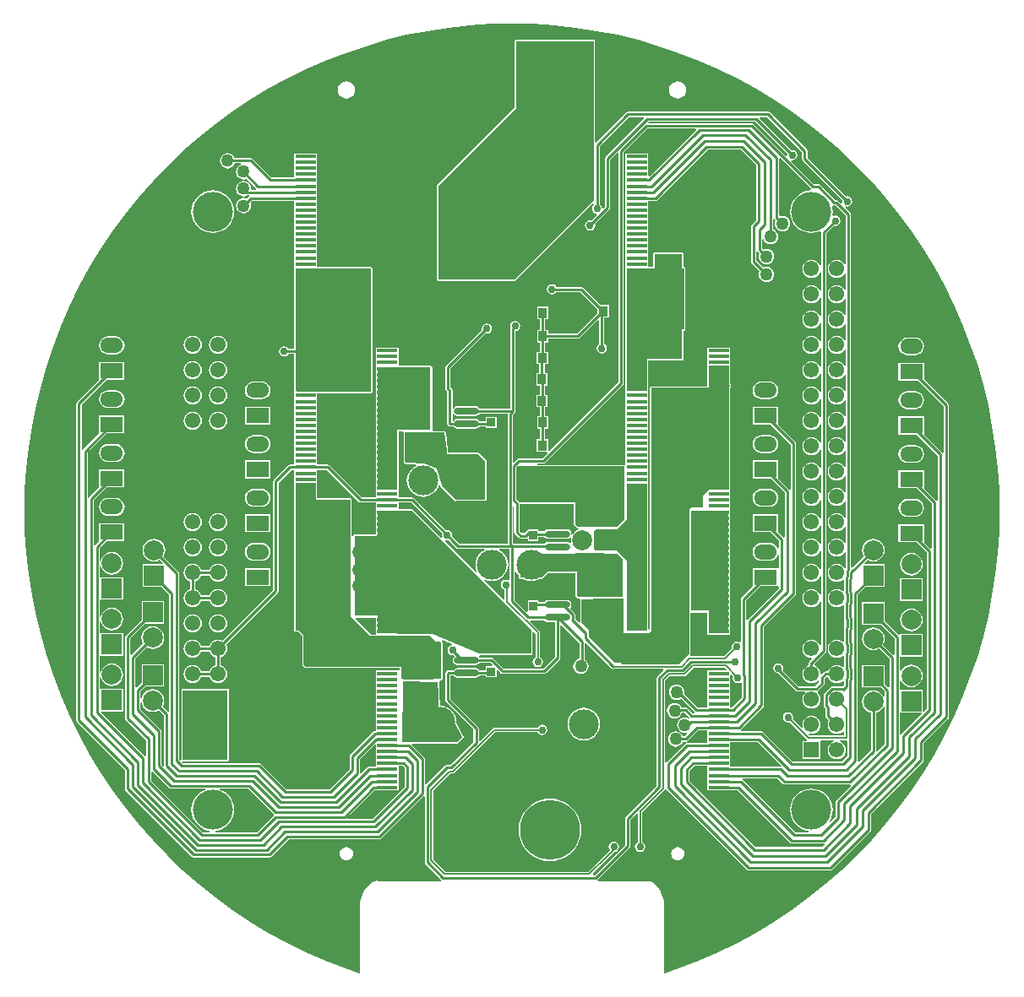
<source format=gtl>
G04 Layer_Physical_Order=1*
G04 Layer_Color=25308*
%FSLAX24Y24*%
%MOIN*%
G70*
G01*
G75*
%ADD10R,0.0807X0.0138*%
%ADD11R,0.0354X0.0394*%
%ADD12O,0.0984X0.0276*%
%ADD13R,0.0320X0.0350*%
%ADD14C,0.0100*%
%ADD15C,0.0079*%
%ADD16C,0.0787*%
%ADD17R,0.2087X0.3179*%
%ADD18R,0.2116X0.2470*%
%ADD19R,0.1959X0.1417*%
%ADD20R,0.1112X0.4134*%
%ADD21R,0.2254X0.2411*%
%ADD22R,0.1496X0.3967*%
%ADD23R,0.1821X0.2697*%
%ADD24R,0.2982X0.4872*%
%ADD25C,0.2362*%
%ADD26C,0.0787*%
%ADD27R,0.0787X0.0787*%
%ADD28O,0.0900X0.0600*%
%ADD29R,0.0900X0.0600*%
%ADD30C,0.1575*%
%ADD31C,0.0610*%
%ADD32R,0.0610X0.0610*%
%ADD33C,0.1181*%
%ADD34C,0.0295*%
%ADD35C,0.0500*%
G36*
X28937Y18898D02*
X28150D01*
Y21378D01*
Y21654D01*
X27756Y22047D01*
X26929D01*
X26850Y22126D01*
Y22795D01*
X26929Y22874D01*
X27756D01*
X28150Y23268D01*
Y24685D01*
X28937D01*
Y18898D01*
D02*
G37*
G36*
X32171Y29116D02*
Y28879D01*
Y28643D01*
Y28640D01*
X32173Y28634D01*
X32173Y28634D01*
X32173Y28634D01*
X32172Y28629D01*
X32172Y28629D01*
X32178Y28620D01*
Y28617D01*
X32182Y28612D01*
X32187Y28600D01*
X32192Y28598D01*
X32196Y28594D01*
X32198Y28592D01*
X32198Y28592D01*
X32198Y28585D01*
X32205Y28593D01*
X32172Y28430D01*
X32173Y28424D01*
X32171Y28419D01*
Y28407D01*
Y28171D01*
Y27935D01*
Y27699D01*
Y27463D01*
Y27227D01*
Y26990D01*
Y26754D01*
Y26518D01*
Y26282D01*
Y26046D01*
Y25810D01*
Y25574D01*
Y25338D01*
Y25102D01*
Y24865D01*
Y24629D01*
Y24449D01*
X31372D01*
X31152Y24228D01*
Y23760D01*
X30689D01*
X30610Y23681D01*
Y17963D01*
X30266Y17618D01*
Y17608D01*
X30246D01*
X30201Y17563D01*
X27949D01*
X27904Y17608D01*
X27677D01*
X26654Y18632D01*
Y18917D01*
X26358Y19213D01*
X26368Y19222D01*
Y20108D01*
X26801D01*
X26850Y20157D01*
X28031D01*
Y18819D01*
X28061Y18789D01*
X29016D01*
X29124Y18898D01*
Y28474D01*
X31317D01*
X31356Y28491D01*
X31372Y28530D01*
Y28643D01*
Y28879D01*
Y29116D01*
Y29352D01*
X32171D01*
Y29116D01*
D02*
G37*
G36*
X34123Y20652D02*
X34149Y20613D01*
Y20555D01*
X32919Y19325D01*
X32909Y19310D01*
X32859Y19325D01*
Y20095D01*
X33417Y20652D01*
X34123D01*
D02*
G37*
G36*
X23800Y21201D02*
X23834Y21138D01*
X23882Y21080D01*
Y20984D01*
X23898Y20945D01*
X23937Y20929D01*
X24070D01*
X24123Y20900D01*
X24244Y20864D01*
X24370Y20851D01*
X24496Y20864D01*
X24617Y20900D01*
X24670Y20929D01*
X24783D01*
X24823Y20945D01*
X25043Y21165D01*
X26116D01*
Y20295D01*
X26132Y20256D01*
X26221Y20168D01*
X26221Y20167D01*
X26221Y20167D01*
X26241Y20159D01*
X26260Y20151D01*
X26260Y20151D01*
X26261Y20151D01*
X26277Y20152D01*
X26310Y20112D01*
X26313Y20102D01*
Y19236D01*
X26310Y19231D01*
X26257Y19214D01*
X26110Y19361D01*
Y19506D01*
X26102Y19546D01*
X26080Y19579D01*
X25903Y19757D01*
X25904Y19771D01*
X25946Y19834D01*
X25960Y19907D01*
X25946Y19981D01*
X25904Y20044D01*
X25841Y20085D01*
X25768Y20100D01*
X25059D01*
X24985Y20085D01*
X24923Y20044D01*
X24901Y20011D01*
X24660D01*
Y20084D01*
X24238D01*
Y19640D01*
X24196Y19611D01*
X23715Y20092D01*
Y20549D01*
X23720Y20556D01*
X23728Y20596D01*
Y21210D01*
X23736Y21216D01*
X23800Y21201D01*
D02*
G37*
G36*
X24380Y18937D02*
Y17972D01*
X22313D01*
X20502Y18740D01*
X19134D01*
X19094Y18780D01*
X18307D01*
Y23622D01*
X19695D01*
X24380Y18937D01*
D02*
G37*
G36*
X24923Y19271D02*
X24985Y19229D01*
X25059Y19215D01*
X25310D01*
Y17848D01*
X24859Y17396D01*
X23291D01*
X22896Y17791D01*
X22863Y17814D01*
X22823Y17822D01*
X22343D01*
X22321Y17855D01*
X22317Y17858D01*
X22317Y17868D01*
X22365Y17917D01*
X24380D01*
X24419Y17933D01*
X24435Y17972D01*
Y18814D01*
X24482Y18833D01*
X24545Y18770D01*
Y17836D01*
X24494Y17802D01*
X24450Y17736D01*
X24434Y17658D01*
X24450Y17581D01*
X24494Y17515D01*
X24559Y17471D01*
X24637Y17456D01*
X24715Y17471D01*
X24780Y17515D01*
X24824Y17581D01*
X24840Y17658D01*
X24824Y17736D01*
X24780Y17802D01*
X24729Y17836D01*
Y18808D01*
X24722Y18843D01*
X24714Y18855D01*
X24702Y18873D01*
X24702Y18873D01*
X24317Y19258D01*
X24337Y19304D01*
X24901D01*
X24923Y19271D01*
D02*
G37*
G36*
X32165Y18780D02*
X31378D01*
Y23622D01*
X32165D01*
Y18780D01*
D02*
G37*
G36*
X18246Y19198D02*
Y18962D01*
Y18736D01*
X18054D01*
X17448Y19343D01*
X17468Y19393D01*
X18246D01*
Y19198D01*
D02*
G37*
G36*
X27785Y21919D02*
X28002Y21703D01*
Y20236D01*
X26260Y20207D01*
X26171Y20295D01*
Y21220D01*
X25020D01*
X24783Y20984D01*
X23937D01*
Y21900D01*
X23957Y21919D01*
X25502D01*
X26742Y21949D01*
X27785Y21919D01*
D02*
G37*
G36*
X26067Y23081D02*
X26083Y23042D01*
X26181Y22943D01*
X26220Y22927D01*
X26244D01*
X26254Y22877D01*
X26163Y22839D01*
X26071Y22768D01*
X26008Y22687D01*
X25971Y22699D01*
X25960Y22706D01*
X25946Y22776D01*
X25904Y22839D01*
X25841Y22881D01*
X25768Y22895D01*
X25059D01*
X24985Y22881D01*
X24923Y22839D01*
X24901Y22806D01*
X24660D01*
Y22879D01*
X24364D01*
X24343Y22893D01*
X24304Y22901D01*
X24264Y22893D01*
X24243Y22879D01*
X24238D01*
Y22875D01*
X24231Y22871D01*
X24209Y22837D01*
X24207Y22830D01*
X24115Y22738D01*
X23995D01*
X23909Y22824D01*
Y23886D01*
X23917Y23891D01*
X26067D01*
Y23081D01*
D02*
G37*
G36*
X17579Y23968D02*
X17612Y23946D01*
X17652Y23938D01*
X18246D01*
Y23921D01*
Y23685D01*
Y23449D01*
Y23213D01*
Y22976D01*
Y22740D01*
Y22683D01*
X17402D01*
X17362Y22667D01*
X17346Y22628D01*
X17299Y22636D01*
Y24055D01*
X17283Y24094D01*
X17244Y24111D01*
X15938D01*
X15930Y24114D01*
X15927Y24122D01*
Y24275D01*
Y24511D01*
Y24724D01*
Y24747D01*
Y24984D01*
Y25220D01*
Y25237D01*
X16310D01*
X17579Y23968D01*
D02*
G37*
G36*
X21043Y26014D02*
Y25866D01*
X22283Y25856D01*
X22569Y25571D01*
Y24065D01*
X21398D01*
X21388Y24055D01*
X20837Y24606D01*
X20659Y25285D01*
X20157Y25492D01*
X19478Y25512D01*
X19439Y25522D01*
X19400Y25541D01*
Y26713D01*
X20955D01*
X21043Y26014D01*
D02*
G37*
G36*
X28041Y23268D02*
X27756Y22982D01*
X26220D01*
X26122Y23081D01*
Y23947D01*
X23917D01*
X23799Y24065D01*
Y25344D01*
X23829Y25374D01*
X28041D01*
Y23268D01*
D02*
G37*
G36*
X21063Y22455D02*
X21110Y22464D01*
X21423Y22151D01*
X21457Y22129D01*
X21496Y22121D01*
X22527D01*
X22540Y22071D01*
X22467Y22032D01*
X22369Y21952D01*
X22289Y21854D01*
X22229Y21743D01*
X22192Y21622D01*
X22180Y21496D01*
X22192Y21370D01*
X22229Y21249D01*
X22243Y21223D01*
X22203Y21193D01*
X20971Y22424D01*
X20998Y22468D01*
X21063Y22455D01*
D02*
G37*
G36*
X23522Y20901D02*
X23472Y20874D01*
X23454Y20886D01*
X23376Y20902D01*
X23298Y20886D01*
X23233Y20842D01*
X23189Y20776D01*
X23173Y20699D01*
X23189Y20621D01*
X23233Y20555D01*
X23298Y20512D01*
X23323Y20507D01*
Y20138D01*
X23277Y20118D01*
X22521Y20874D01*
X22551Y20914D01*
X22578Y20900D01*
X22699Y20864D01*
X22825Y20851D01*
X22951Y20864D01*
X23072Y20900D01*
X23183Y20960D01*
X23281Y21040D01*
X23361Y21138D01*
X23421Y21249D01*
X23457Y21370D01*
X23470Y21496D01*
X23457Y21622D01*
X23421Y21743D01*
X23361Y21854D01*
X23281Y21952D01*
X23183Y22032D01*
X23110Y22071D01*
X23123Y22121D01*
X23522D01*
Y20901D01*
D02*
G37*
G36*
X20870Y22705D02*
X20860Y22657D01*
X20873Y22593D01*
X20830Y22565D01*
X19734Y23661D01*
X19695Y23677D01*
X19155D01*
Y23685D01*
Y23921D01*
Y23938D01*
X19637D01*
X20870Y22705D01*
D02*
G37*
G36*
X23703Y23828D02*
Y22781D01*
X23711Y22741D01*
X23733Y22708D01*
X23879Y22562D01*
X23913Y22540D01*
X23952Y22532D01*
X24158D01*
X24188Y22538D01*
X24222Y22519D01*
X24238Y22506D01*
Y22427D01*
X24660D01*
Y22600D01*
X24901D01*
X24923Y22567D01*
X24985Y22525D01*
X25059Y22510D01*
X25768D01*
X25841Y22525D01*
X25904Y22567D01*
X25952Y22548D01*
X25939Y22451D01*
X25951Y22358D01*
X25907Y22340D01*
X25903Y22339D01*
X25841Y22381D01*
X25768Y22395D01*
X25059D01*
X24985Y22381D01*
X24923Y22339D01*
X24915Y22328D01*
X23655D01*
X23650Y22332D01*
Y23803D01*
X23700Y23830D01*
X23703Y23828D01*
D02*
G37*
G36*
X18246Y14373D02*
Y14230D01*
Y13994D01*
Y13758D01*
Y13522D01*
Y13509D01*
X17972D01*
X17972D01*
X17933Y13501D01*
X17899Y13478D01*
X17670Y13249D01*
X17634Y13263D01*
X17623Y13273D01*
Y13816D01*
X18200Y14393D01*
X18246Y14373D01*
D02*
G37*
G36*
X19385Y13461D02*
Y12720D01*
X18107Y11442D01*
X17131D01*
X17110Y11492D01*
X18196Y12578D01*
X18246Y12577D01*
Y12577D01*
X19155D01*
Y12813D01*
Y13049D01*
Y13285D01*
Y13522D01*
Y13539D01*
X19308D01*
X19385Y13461D01*
D02*
G37*
G36*
X9015Y16010D02*
X9060Y15902D01*
X9132Y15809D01*
X9224Y15737D01*
X9333Y15693D01*
X9449Y15677D01*
X9565Y15693D01*
X9673Y15737D01*
X9684Y15745D01*
X9897Y15532D01*
Y13548D01*
X9886Y13539D01*
X9850Y13525D01*
X9788Y13586D01*
Y14921D01*
X9780Y14961D01*
X9758Y14994D01*
X8961Y15791D01*
Y16037D01*
X9011Y16040D01*
X9015Y16010D01*
D02*
G37*
G36*
X34251Y13556D02*
X34237Y13520D01*
X34227Y13509D01*
X32226D01*
Y13522D01*
Y13758D01*
Y13994D01*
Y14230D01*
Y14467D01*
Y14483D01*
X33323D01*
X34251Y13556D01*
D02*
G37*
G36*
X10085Y12683D02*
X10118Y12661D01*
X10157Y12653D01*
X11525D01*
X11532Y12603D01*
X11489Y12590D01*
X11343Y12512D01*
X11215Y12407D01*
X11110Y12279D01*
X11033Y12133D01*
X10985Y11975D01*
X10968Y11811D01*
X10985Y11647D01*
X11033Y11489D01*
X11110Y11343D01*
X11215Y11215D01*
X11343Y11110D01*
X11489Y11033D01*
X11647Y10985D01*
X11694Y10980D01*
X11691Y10930D01*
X11421D01*
X9395Y12956D01*
Y13302D01*
X9445Y13323D01*
X10085Y12683D01*
D02*
G37*
G36*
X31317Y13522D02*
Y13285D01*
Y13049D01*
Y12813D01*
Y12577D01*
X32226D01*
Y12594D01*
X32497D01*
X34573Y10518D01*
X34606Y10495D01*
X34646Y10487D01*
X35906D01*
X35945Y10495D01*
X35954Y10501D01*
X35986Y10462D01*
X35863Y10339D01*
X33232D01*
X30615Y12956D01*
Y13343D01*
X30810Y13539D01*
X31317D01*
Y13522D01*
D02*
G37*
G36*
X34297Y12840D02*
X34297Y12840D01*
X34297Y12840D01*
X34330Y12818D01*
X34331Y12818D01*
X34331Y12818D01*
X34370Y12810D01*
X36964D01*
X36973Y12799D01*
X36987Y12763D01*
X36423Y12199D01*
X36401Y12165D01*
X36393Y12126D01*
Y11539D01*
X36183Y11329D01*
X36142Y11359D01*
X36212Y11489D01*
X36260Y11647D01*
X36276Y11811D01*
X36260Y11975D01*
X36212Y12133D01*
X36134Y12279D01*
X36029Y12407D01*
X35901Y12512D01*
X35756Y12590D01*
X35597Y12637D01*
X35433Y12654D01*
X35269Y12637D01*
X35111Y12590D01*
X34965Y12512D01*
X34837Y12407D01*
X34732Y12279D01*
X34655Y12133D01*
X34607Y11975D01*
X34590Y11811D01*
X34607Y11647D01*
X34655Y11489D01*
X34732Y11343D01*
X34837Y11215D01*
X34965Y11110D01*
X35111Y11033D01*
X35269Y10985D01*
X35316Y10980D01*
X35313Y10930D01*
X34807D01*
X32730Y13006D01*
X32715Y13016D01*
X32730Y13066D01*
X34071D01*
X34297Y12840D01*
D02*
G37*
G36*
X14213Y11665D02*
X14218Y11634D01*
X14213Y11603D01*
X13540Y10930D01*
X11931D01*
X11928Y10980D01*
X11975Y10985D01*
X12133Y11033D01*
X12279Y11110D01*
X12407Y11215D01*
X12512Y11343D01*
X12590Y11489D01*
X12637Y11647D01*
X12654Y11811D01*
X12637Y11975D01*
X12590Y12133D01*
X12512Y12279D01*
X12407Y12407D01*
X12279Y12512D01*
X12133Y12590D01*
X12090Y12603D01*
X12097Y12653D01*
X13225D01*
X14213Y11665D01*
D02*
G37*
G36*
X12402Y13780D02*
X10630D01*
Y16535D01*
X12402D01*
Y13780D01*
D02*
G37*
G36*
X32075Y17351D02*
X32056Y17305D01*
X31317D01*
Y17065D01*
Y16829D01*
Y16593D01*
Y16356D01*
Y16120D01*
Y15884D01*
Y15871D01*
X30929D01*
X30413Y16387D01*
X30422Y16457D01*
X30412Y16535D01*
X30381Y16609D01*
X30333Y16672D01*
X30270Y16720D01*
X30197Y16750D01*
X30118Y16760D01*
X30040Y16750D01*
X29966Y16720D01*
X29903Y16672D01*
X29855Y16609D01*
X29825Y16535D01*
X29814Y16457D01*
X29825Y16378D01*
X29855Y16305D01*
X29903Y16242D01*
X29966Y16194D01*
X30040Y16163D01*
X30118Y16153D01*
X30197Y16163D01*
X30270Y16194D01*
X30295Y16213D01*
X30813Y15695D01*
X30828Y15685D01*
X30813Y15635D01*
X30732D01*
X30545Y15821D01*
X30512Y15843D01*
X30472Y15851D01*
X30314D01*
X30302Y15880D01*
X30254Y15943D01*
X30191Y15991D01*
X30118Y16022D01*
X30039Y16032D01*
X29961Y16022D01*
X29887Y15991D01*
X29825Y15943D01*
X29776Y15880D01*
X29746Y15807D01*
X29736Y15728D01*
X29746Y15650D01*
X29776Y15576D01*
X29825Y15514D01*
X29887Y15465D01*
X29961Y15435D01*
X30039Y15425D01*
X30118Y15435D01*
X30191Y15465D01*
X30254Y15514D01*
X30302Y15576D01*
X30331Y15645D01*
X30430D01*
X30612Y15463D01*
X30587Y15421D01*
X30585Y15421D01*
X30512Y15451D01*
X30433Y15461D01*
X30354Y15451D01*
X30281Y15421D01*
X30218Y15372D01*
X30170Y15309D01*
X30140Y15236D01*
X30129Y15157D01*
X30140Y15079D01*
X30170Y15006D01*
X30218Y14943D01*
X30281Y14894D01*
X30354Y14864D01*
X30433Y14854D01*
X30512Y14864D01*
X30515Y14865D01*
X30543Y14823D01*
X30430Y14709D01*
X30362D01*
X30342Y14758D01*
X30294Y14821D01*
X30231Y14869D01*
X30157Y14900D01*
X30079Y14910D01*
X30000Y14900D01*
X29927Y14869D01*
X29864Y14821D01*
X29816Y14758D01*
X29785Y14685D01*
X29775Y14606D01*
X29785Y14528D01*
X29816Y14454D01*
X29864Y14391D01*
X29927Y14343D01*
X30000Y14313D01*
X30079Y14303D01*
X30157Y14313D01*
X30231Y14343D01*
X30294Y14391D01*
X30342Y14454D01*
X30362Y14503D01*
X30472D01*
X30512Y14511D01*
X30545Y14533D01*
X30968Y14956D01*
X31317D01*
Y14939D01*
Y14703D01*
Y14467D01*
Y14454D01*
X30531D01*
X30492Y14446D01*
X30475Y14435D01*
X30459Y14423D01*
X29730Y13695D01*
X29719Y13678D01*
X29715Y13672D01*
X29665Y13682D01*
X29665Y13682D01*
Y16916D01*
X29846Y17097D01*
X30426D01*
X30426Y17097D01*
X30462Y17104D01*
X30492Y17124D01*
X30780Y17413D01*
X32014D01*
X32075Y17351D01*
D02*
G37*
G36*
X15872Y24511D02*
Y24275D01*
Y24111D01*
X15888Y24071D01*
X15927Y24055D01*
X17244D01*
X17244Y19468D01*
X18032Y18681D01*
X20394D01*
X20610Y18465D01*
X20787D01*
X20817Y18435D01*
Y16988D01*
X20531D01*
X20512Y16968D01*
X19331D01*
X19311Y16988D01*
X19262D01*
X19261Y17038D01*
X19258Y17042D01*
X19252Y17053D01*
X19252Y17055D01*
Y17312D01*
X19255Y17320D01*
X19253Y17416D01*
X19252Y17419D01*
Y17480D01*
X19242Y17470D01*
X15472D01*
X15394Y17549D01*
Y18543D01*
Y18698D01*
X15377Y18737D01*
X15236Y18878D01*
D01*
X15235Y18881D01*
X15225Y18886D01*
X15217Y18893D01*
X15206Y18893D01*
X15196Y18898D01*
X15079D01*
D01*
X15074Y18900D01*
X15073D01*
Y19080D01*
Y19317D01*
Y19553D01*
Y19789D01*
Y20025D01*
Y20261D01*
Y20497D01*
Y20733D01*
Y20969D01*
Y21206D01*
Y21442D01*
Y21678D01*
Y21914D01*
Y22150D01*
Y22386D01*
Y22622D01*
Y22859D01*
Y23095D01*
Y23331D01*
Y23567D01*
Y23803D01*
Y24039D01*
Y24275D01*
Y24511D01*
Y24724D01*
X15872D01*
Y24511D01*
D02*
G37*
G36*
X21258Y18360D02*
X21252Y18308D01*
X21202Y18298D01*
X21136Y18254D01*
X21092Y18188D01*
X21077Y18110D01*
X21092Y18033D01*
X21136Y17967D01*
X21202Y17923D01*
X21280Y17908D01*
X21302Y17912D01*
X21342Y17872D01*
X21340Y17855D01*
X21298Y17792D01*
X21284Y17718D01*
X21298Y17645D01*
X21340Y17582D01*
X21403Y17540D01*
X21476Y17526D01*
X22185D01*
X22259Y17540D01*
X22321Y17582D01*
X22343Y17615D01*
X22781D01*
X22855Y17541D01*
X22836Y17495D01*
X22584D01*
Y17322D01*
X22343D01*
X22321Y17355D01*
X22259Y17397D01*
X22185Y17411D01*
X21476D01*
X21403Y17397D01*
X21340Y17355D01*
X21318Y17322D01*
X21106D01*
X21067Y17314D01*
X21033Y17291D01*
X21010Y17268D01*
X20987Y17234D01*
X20980Y17195D01*
Y16152D01*
X20981Y16144D01*
X20987Y16112D01*
X21010Y16079D01*
X22102Y14987D01*
Y14492D01*
X21190Y13580D01*
X21046D01*
X21007Y13572D01*
X20973Y13550D01*
X20232Y12809D01*
X20182Y12830D01*
Y13819D01*
X20174Y13858D01*
X20152Y13892D01*
X19667Y14377D01*
X19686Y14423D01*
X21437D01*
X21476Y14439D01*
X21693Y14656D01*
X21698Y14668D01*
X21706Y14677D01*
X21705Y14686D01*
X21709Y14695D01*
X21704Y14707D01*
X21703Y14720D01*
X21431Y15264D01*
X21432Y15276D01*
X21420Y15401D01*
X21383Y15522D01*
X21324Y15634D01*
X21243Y15732D01*
X21146Y15812D01*
X21034Y15871D01*
X20913Y15908D01*
X20787Y15920D01*
X20780Y15927D01*
X20764Y16379D01*
X20754Y16871D01*
X20749Y16883D01*
X20757Y16904D01*
X20779Y16932D01*
X20780Y16933D01*
X20817D01*
X20856Y16949D01*
X20872Y16988D01*
Y18435D01*
X20861Y18463D01*
X20856Y18474D01*
X20854Y18477D01*
X20882Y18519D01*
X21258Y18360D01*
D02*
G37*
G36*
X26275Y18400D02*
Y17776D01*
X26260Y17774D01*
X26187Y17743D01*
X26124Y17695D01*
X26075Y17632D01*
X26045Y17559D01*
X26035Y17480D01*
X26045Y17402D01*
X26075Y17328D01*
X26124Y17266D01*
X26187Y17217D01*
X26260Y17187D01*
X26339Y17177D01*
X26417Y17187D01*
X26490Y17217D01*
X26553Y17266D01*
X26602Y17328D01*
X26632Y17402D01*
X26642Y17480D01*
X26632Y17559D01*
X26602Y17632D01*
X26553Y17695D01*
X26490Y17743D01*
X26481Y17747D01*
Y18401D01*
X26531Y18421D01*
X27555Y17398D01*
X27588Y17375D01*
X27628Y17367D01*
X27667Y17375D01*
X27672Y17378D01*
X29578D01*
X29597Y17332D01*
X29359Y17093D01*
X29337Y17060D01*
X29331Y17030D01*
Y12756D01*
X29328D01*
X28116Y11544D01*
X28094Y11511D01*
X28086Y11471D01*
Y10758D01*
Y10436D01*
X26886Y9237D01*
X26825D01*
X26806Y9283D01*
X27427Y9905D01*
X27683Y10161D01*
X27715Y10167D01*
X27781Y10211D01*
X27825Y10277D01*
X27841Y10354D01*
X27825Y10432D01*
X27781Y10498D01*
X27715Y10542D01*
X27638Y10557D01*
X27560Y10542D01*
X27494Y10498D01*
X27451Y10432D01*
X27435Y10354D01*
X27451Y10277D01*
X27486Y10224D01*
X27297Y10036D01*
X26628Y9367D01*
X20992D01*
X20508Y9850D01*
Y12553D01*
X20866Y12911D01*
Y12913D01*
X20875Y12919D01*
X21200Y13244D01*
X21293D01*
X21293Y13244D01*
X21328Y13251D01*
X21358Y13271D01*
X22965Y14878D01*
X24636D01*
X24670Y14827D01*
X24735Y14783D01*
X24813Y14768D01*
X24891Y14783D01*
X24956Y14827D01*
X25000Y14893D01*
X25016Y14970D01*
X25000Y15048D01*
X24956Y15114D01*
X24891Y15158D01*
X24813Y15173D01*
X24735Y15158D01*
X24670Y15114D01*
X24636Y15063D01*
X22927D01*
X22891Y15056D01*
X22879Y15048D01*
X22861Y15036D01*
X22861Y15036D01*
X22354Y14528D01*
X22308Y14548D01*
Y15030D01*
X22300Y15069D01*
X22291Y15082D01*
X22278Y15102D01*
X21186Y16194D01*
Y17115D01*
X21318D01*
X21340Y17082D01*
X21403Y17040D01*
X21476Y17026D01*
X22185D01*
X22259Y17040D01*
X22321Y17082D01*
X22343Y17115D01*
X22584D01*
Y17042D01*
X23006D01*
Y17324D01*
X23053Y17343D01*
X23135Y17261D01*
X23137Y17254D01*
X23159Y17220D01*
X23192Y17198D01*
X23232Y17190D01*
X24902D01*
X24902D01*
X24902D01*
X24915Y17193D01*
X24941Y17198D01*
X24958Y17209D01*
X24975Y17220D01*
X25486Y17732D01*
X25499Y17751D01*
X25509Y17766D01*
Y17766D01*
X25509Y17766D01*
X25513Y17786D01*
X25517Y17805D01*
Y19093D01*
X25563Y19112D01*
X26275Y18400D01*
D02*
G37*
G36*
X20699Y16870D02*
X20709Y16378D01*
X20728Y15817D01*
X21299Y15404D01*
X21654Y14695D01*
X21437Y14478D01*
X19301D01*
X19321Y16890D01*
X20699Y16870D01*
D02*
G37*
G36*
X38322Y15875D02*
Y14413D01*
X38024Y14115D01*
X37988Y14129D01*
X37977Y14139D01*
Y15651D01*
X37990Y15653D01*
X38098Y15698D01*
X38191Y15769D01*
X38263Y15862D01*
X38272Y15885D01*
X38322Y15875D01*
D02*
G37*
G36*
X32343Y17083D02*
X32328Y17009D01*
X32344Y16931D01*
X32388Y16865D01*
X32454Y16821D01*
X32531Y16806D01*
X32609Y16821D01*
X32627Y16833D01*
X32677Y16807D01*
Y16248D01*
X32300Y15871D01*
X32226D01*
Y15884D01*
Y16120D01*
Y16356D01*
Y16593D01*
Y16829D01*
Y17065D01*
Y17135D01*
X32273Y17154D01*
X32343Y17083D01*
D02*
G37*
G36*
X39792Y15607D02*
X38982Y14797D01*
X38972Y14782D01*
X38922Y14797D01*
Y15609D01*
X38925Y15657D01*
X38972Y15657D01*
X39772D01*
X39792Y15607D01*
D02*
G37*
G36*
X28835Y39118D02*
X27319Y37602D01*
X27296Y37569D01*
X27289Y37530D01*
Y35623D01*
X27229Y35564D01*
X27175Y35581D01*
X27166Y35629D01*
X27122Y35695D01*
X27082Y35721D01*
Y38008D01*
X28242Y39168D01*
X28814D01*
X28835Y39118D01*
D02*
G37*
G36*
X36282Y35701D02*
X36322Y35693D01*
X36385D01*
X36787Y35292D01*
Y33376D01*
X36779Y33372D01*
X36737Y33363D01*
X36687Y33427D01*
X36613Y33484D01*
X36526Y33520D01*
X36433Y33533D01*
X36340Y33520D01*
X36253Y33484D01*
X36179Y33427D01*
X36122Y33353D01*
X36086Y33266D01*
X36074Y33173D01*
X36086Y33080D01*
X36122Y32994D01*
X36179Y32919D01*
X36253Y32862D01*
X36340Y32826D01*
X36433Y32814D01*
X36526Y32826D01*
X36613Y32862D01*
X36687Y32919D01*
X36737Y32983D01*
X36779Y32974D01*
X36787Y32970D01*
Y32376D01*
X36779Y32372D01*
X36737Y32363D01*
X36687Y32427D01*
X36613Y32484D01*
X36526Y32520D01*
X36433Y32533D01*
X36340Y32520D01*
X36253Y32484D01*
X36179Y32427D01*
X36122Y32353D01*
X36086Y32266D01*
X36074Y32173D01*
X36086Y32080D01*
X36122Y31994D01*
X36179Y31919D01*
X36253Y31862D01*
X36340Y31826D01*
X36433Y31814D01*
X36526Y31826D01*
X36613Y31862D01*
X36687Y31919D01*
X36737Y31983D01*
X36779Y31974D01*
X36787Y31971D01*
Y31376D01*
X36779Y31372D01*
X36737Y31363D01*
X36687Y31427D01*
X36613Y31484D01*
X36526Y31520D01*
X36433Y31533D01*
X36340Y31520D01*
X36253Y31484D01*
X36179Y31427D01*
X36122Y31353D01*
X36086Y31266D01*
X36074Y31173D01*
X36086Y31080D01*
X36122Y30994D01*
X36179Y30919D01*
X36253Y30862D01*
X36340Y30826D01*
X36433Y30814D01*
X36526Y30826D01*
X36613Y30862D01*
X36687Y30919D01*
X36737Y30983D01*
X36779Y30974D01*
X36787Y30970D01*
Y30376D01*
X36779Y30372D01*
X36737Y30363D01*
X36687Y30427D01*
X36613Y30484D01*
X36526Y30520D01*
X36433Y30533D01*
X36340Y30520D01*
X36253Y30484D01*
X36179Y30427D01*
X36122Y30353D01*
X36086Y30266D01*
X36074Y30173D01*
X36086Y30080D01*
X36122Y29994D01*
X36179Y29919D01*
X36253Y29862D01*
X36340Y29826D01*
X36433Y29814D01*
X36526Y29826D01*
X36613Y29862D01*
X36687Y29919D01*
X36737Y29983D01*
X36779Y29974D01*
X36787Y29971D01*
Y29376D01*
X36779Y29372D01*
X36737Y29363D01*
X36687Y29427D01*
X36613Y29484D01*
X36526Y29520D01*
X36433Y29533D01*
X36340Y29520D01*
X36253Y29484D01*
X36179Y29427D01*
X36122Y29353D01*
X36086Y29266D01*
X36074Y29173D01*
X36086Y29080D01*
X36122Y28994D01*
X36179Y28919D01*
X36253Y28862D01*
X36340Y28826D01*
X36433Y28814D01*
X36526Y28826D01*
X36613Y28862D01*
X36687Y28919D01*
X36737Y28983D01*
X36779Y28974D01*
X36787Y28970D01*
Y28376D01*
X36779Y28372D01*
X36737Y28363D01*
X36687Y28427D01*
X36613Y28484D01*
X36526Y28520D01*
X36433Y28533D01*
X36340Y28520D01*
X36253Y28484D01*
X36179Y28427D01*
X36122Y28353D01*
X36086Y28266D01*
X36074Y28173D01*
X36086Y28080D01*
X36122Y27994D01*
X36179Y27919D01*
X36253Y27862D01*
X36340Y27826D01*
X36433Y27814D01*
X36526Y27826D01*
X36613Y27862D01*
X36687Y27919D01*
X36737Y27983D01*
X36779Y27974D01*
X36787Y27970D01*
Y27376D01*
X36779Y27372D01*
X36737Y27363D01*
X36687Y27427D01*
X36613Y27484D01*
X36526Y27520D01*
X36433Y27533D01*
X36340Y27520D01*
X36253Y27484D01*
X36179Y27427D01*
X36122Y27353D01*
X36086Y27266D01*
X36074Y27173D01*
X36086Y27080D01*
X36122Y26994D01*
X36179Y26919D01*
X36253Y26862D01*
X36340Y26826D01*
X36433Y26814D01*
X36526Y26826D01*
X36613Y26862D01*
X36687Y26919D01*
X36737Y26983D01*
X36779Y26974D01*
X36787Y26971D01*
Y26376D01*
X36779Y26372D01*
X36737Y26363D01*
X36687Y26427D01*
X36613Y26484D01*
X36526Y26520D01*
X36433Y26533D01*
X36340Y26520D01*
X36253Y26484D01*
X36179Y26427D01*
X36122Y26353D01*
X36086Y26266D01*
X36074Y26173D01*
X36086Y26080D01*
X36122Y25994D01*
X36179Y25919D01*
X36253Y25862D01*
X36340Y25826D01*
X36433Y25814D01*
X36526Y25826D01*
X36613Y25862D01*
X36687Y25919D01*
X36737Y25983D01*
X36779Y25974D01*
X36787Y25970D01*
Y25376D01*
X36779Y25372D01*
X36737Y25363D01*
X36687Y25427D01*
X36613Y25484D01*
X36526Y25520D01*
X36433Y25533D01*
X36340Y25520D01*
X36253Y25484D01*
X36179Y25427D01*
X36122Y25353D01*
X36086Y25266D01*
X36074Y25173D01*
X36086Y25080D01*
X36122Y24994D01*
X36179Y24919D01*
X36253Y24862D01*
X36340Y24826D01*
X36433Y24814D01*
X36526Y24826D01*
X36613Y24862D01*
X36687Y24919D01*
X36737Y24983D01*
X36779Y24974D01*
X36787Y24971D01*
Y24376D01*
X36779Y24372D01*
X36737Y24363D01*
X36687Y24427D01*
X36613Y24484D01*
X36526Y24520D01*
X36433Y24533D01*
X36340Y24520D01*
X36253Y24484D01*
X36179Y24427D01*
X36122Y24353D01*
X36086Y24266D01*
X36074Y24173D01*
X36086Y24080D01*
X36122Y23994D01*
X36179Y23919D01*
X36253Y23862D01*
X36340Y23826D01*
X36433Y23814D01*
X36526Y23826D01*
X36613Y23862D01*
X36687Y23919D01*
X36737Y23983D01*
X36779Y23974D01*
X36787Y23970D01*
Y23376D01*
X36779Y23372D01*
X36737Y23363D01*
X36687Y23427D01*
X36613Y23484D01*
X36526Y23520D01*
X36433Y23533D01*
X36340Y23520D01*
X36253Y23484D01*
X36179Y23427D01*
X36122Y23353D01*
X36086Y23266D01*
X36074Y23173D01*
X36086Y23080D01*
X36122Y22994D01*
X36179Y22919D01*
X36253Y22862D01*
X36340Y22826D01*
X36433Y22814D01*
X36526Y22826D01*
X36613Y22862D01*
X36687Y22919D01*
X36737Y22983D01*
X36779Y22974D01*
X36787Y22970D01*
Y22376D01*
X36779Y22372D01*
X36737Y22363D01*
X36687Y22427D01*
X36613Y22484D01*
X36526Y22520D01*
X36433Y22533D01*
X36340Y22520D01*
X36253Y22484D01*
X36179Y22427D01*
X36122Y22353D01*
X36086Y22266D01*
X36074Y22173D01*
X36086Y22080D01*
X36122Y21994D01*
X36179Y21919D01*
X36253Y21862D01*
X36340Y21826D01*
X36433Y21814D01*
X36526Y21826D01*
X36613Y21862D01*
X36687Y21919D01*
X36737Y21983D01*
X36779Y21974D01*
X36787Y21971D01*
Y21376D01*
X36779Y21372D01*
X36737Y21363D01*
X36687Y21427D01*
X36613Y21484D01*
X36526Y21520D01*
X36433Y21533D01*
X36340Y21520D01*
X36253Y21484D01*
X36179Y21427D01*
X36122Y21353D01*
X36086Y21266D01*
X36074Y21173D01*
X36086Y21080D01*
X36122Y20994D01*
X36179Y20919D01*
X36253Y20862D01*
X36340Y20826D01*
X36433Y20814D01*
X36526Y20826D01*
X36613Y20862D01*
X36664Y20901D01*
X36714Y20877D01*
Y20470D01*
X36664Y20445D01*
X36613Y20484D01*
X36526Y20520D01*
X36433Y20533D01*
X36340Y20520D01*
X36253Y20484D01*
X36179Y20427D01*
X36122Y20353D01*
X36086Y20266D01*
X36074Y20173D01*
X36086Y20080D01*
X36122Y19994D01*
X36179Y19919D01*
X36253Y19862D01*
X36340Y19826D01*
X36433Y19814D01*
X36526Y19826D01*
X36613Y19862D01*
X36664Y19901D01*
X36714Y19877D01*
Y19364D01*
X36722Y19324D01*
X36736Y19303D01*
Y19044D01*
X36722Y19022D01*
X36714Y18983D01*
Y18470D01*
X36664Y18445D01*
X36613Y18484D01*
X36526Y18520D01*
X36433Y18533D01*
X36340Y18520D01*
X36253Y18484D01*
X36179Y18427D01*
X36122Y18353D01*
X36086Y18266D01*
X36074Y18173D01*
X36086Y18080D01*
X36122Y17994D01*
X36179Y17919D01*
X36253Y17862D01*
X36340Y17826D01*
X36433Y17814D01*
X36526Y17826D01*
X36613Y17862D01*
X36664Y17901D01*
X36714Y17877D01*
Y17470D01*
X36664Y17445D01*
X36613Y17484D01*
X36526Y17520D01*
X36433Y17533D01*
X36340Y17520D01*
X36253Y17484D01*
X36179Y17427D01*
X36122Y17353D01*
X36090Y17276D01*
X35991D01*
X35951Y17269D01*
X35918Y17246D01*
X35839Y17167D01*
X35790Y17189D01*
X35780Y17266D01*
X35744Y17353D01*
X35687Y17427D01*
X35613Y17484D01*
X35549Y17511D01*
X35543Y17562D01*
X35988Y18008D01*
X36011Y18041D01*
X36019Y18081D01*
Y34564D01*
X36331Y34876D01*
X36378Y34866D01*
X36456Y34882D01*
X36521Y34926D01*
X36565Y34991D01*
X36581Y35069D01*
X36565Y35146D01*
X36521Y35212D01*
X36456Y35256D01*
X36378Y35272D01*
X36307Y35258D01*
X36304Y35258D01*
X36282Y35272D01*
X36262Y35290D01*
X36276Y35433D01*
X36260Y35597D01*
X36237Y35671D01*
X36280Y35702D01*
X36282Y35701D01*
D02*
G37*
G36*
X30880Y38663D02*
X29048Y36832D01*
X28998Y36852D01*
Y37025D01*
Y37261D01*
Y37497D01*
Y37737D01*
X28089D01*
Y37497D01*
Y37261D01*
Y37025D01*
Y36789D01*
Y36553D01*
Y36317D01*
Y36081D01*
Y35844D01*
Y35608D01*
Y35372D01*
Y35136D01*
Y34900D01*
Y34664D01*
Y34428D01*
Y34192D01*
Y33955D01*
Y33719D01*
Y33483D01*
Y33247D01*
Y33011D01*
Y32775D01*
Y32539D01*
Y32303D01*
Y32066D01*
Y31830D01*
Y31594D01*
Y31358D01*
Y31122D01*
Y30886D01*
Y30650D01*
Y30414D01*
Y30177D01*
Y29941D01*
Y29706D01*
Y29470D01*
Y29234D01*
Y28998D01*
Y28762D01*
Y28525D01*
Y28289D01*
Y28053D01*
Y27817D01*
Y27581D01*
Y27345D01*
Y27109D01*
Y26873D01*
Y26636D01*
Y26400D01*
Y26164D01*
Y25928D01*
Y25692D01*
Y25464D01*
X28072Y25446D01*
X28041Y25429D01*
X24621D01*
X24613Y25436D01*
X24632Y25486D01*
X24861D01*
X24900Y25494D01*
X24934Y25516D01*
X27996Y28578D01*
X28019Y28612D01*
X28026Y28651D01*
Y37772D01*
X28964Y38709D01*
X30860D01*
X30880Y38663D01*
D02*
G37*
G36*
X24461Y42843D02*
X25299Y42789D01*
X26133Y42697D01*
X26963Y42569D01*
X27786Y42406D01*
X28602Y42206D01*
X29408Y41971D01*
X30202Y41701D01*
X30985Y41397D01*
X31753Y41059D01*
X32506Y40688D01*
X33242Y40284D01*
X33960Y39849D01*
X34658Y39382D01*
X35334Y38886D01*
X35989Y38361D01*
X36620Y37807D01*
X37227Y37227D01*
X37807Y36620D01*
X38361Y35989D01*
X38886Y35334D01*
X39382Y34658D01*
X39849Y33960D01*
X40284Y33242D01*
X40688Y32506D01*
X41059Y31753D01*
X41397Y30985D01*
X41701Y30202D01*
X41971Y29408D01*
X42206Y28602D01*
X42406Y27786D01*
X42569Y26963D01*
X42697Y26133D01*
X42789Y25299D01*
X42843Y24461D01*
X42862Y23630D01*
X42860Y23622D01*
X42862Y23614D01*
X42843Y22783D01*
X42789Y21945D01*
X42697Y21111D01*
X42569Y20281D01*
X42406Y19458D01*
X42206Y18642D01*
X41971Y17837D01*
X41701Y17042D01*
X41397Y16259D01*
X41059Y15491D01*
X40688Y14738D01*
X40284Y14002D01*
X39849Y13285D01*
X39382Y12587D01*
X38886Y11910D01*
X38361Y11255D01*
X37807Y10624D01*
X37227Y10017D01*
X36620Y9437D01*
X35989Y8884D01*
X35334Y8358D01*
X34658Y7862D01*
X33960Y7395D01*
X33242Y6960D01*
X32506Y6556D01*
X31753Y6185D01*
X30985Y5847D01*
X30202Y5543D01*
X29661Y5359D01*
X29620Y5388D01*
Y8012D01*
X29622D01*
X29606Y8209D01*
X29560Y8402D01*
X29484Y8585D01*
X29381Y8753D01*
X29252Y8904D01*
X29252Y8903D01*
X29181Y8958D01*
X29098Y8992D01*
X29009Y9004D01*
Y9003D01*
X27005D01*
X26990Y9053D01*
X27002Y9061D01*
X28262Y10321D01*
X28284Y10354D01*
X28292Y10394D01*
Y10758D01*
Y11428D01*
X28533Y11669D01*
X28579Y11650D01*
Y10532D01*
X28528Y10498D01*
X28484Y10432D01*
X28469Y10354D01*
X28484Y10277D01*
X28528Y10211D01*
X28594Y10167D01*
X28671Y10152D01*
X28749Y10167D01*
X28815Y10211D01*
X28859Y10277D01*
X28874Y10354D01*
X28859Y10432D01*
X28815Y10498D01*
X28764Y10532D01*
Y11716D01*
X29638Y12590D01*
X29638Y12590D01*
X29650Y12608D01*
X29658Y12620D01*
X29659Y12627D01*
X29692Y12634D01*
X29711Y12633D01*
X29730Y12604D01*
X32880Y9455D01*
X32913Y9432D01*
X32953Y9424D01*
X36181D01*
X36221Y9432D01*
X36254Y9455D01*
X37750Y10951D01*
X37772Y10984D01*
X37780Y11024D01*
Y11650D01*
X39837Y13707D01*
X39859Y13740D01*
X39867Y13780D01*
Y13780D01*
Y14445D01*
X40821Y15399D01*
X40843Y15433D01*
X40851Y15472D01*
Y27795D01*
Y27795D01*
X40843Y27835D01*
X40821Y27868D01*
X39871Y28818D01*
Y29465D01*
X38869D01*
Y28763D01*
X39635D01*
X40645Y27753D01*
Y25919D01*
X40595Y25904D01*
X40585Y25919D01*
X39902Y26602D01*
X39871Y26637D01*
X39871D01*
X39871Y26637D01*
Y27339D01*
X38869D01*
Y26637D01*
X39575D01*
X40409Y25803D01*
Y24029D01*
X40359Y24014D01*
X40349Y24029D01*
X39902Y24476D01*
X39871Y24511D01*
X39871D01*
X39871Y24511D01*
Y25213D01*
X38869D01*
Y24511D01*
X39575D01*
X40172Y23914D01*
Y22150D01*
X40122Y22129D01*
X39902Y22350D01*
X39871Y22385D01*
X39871D01*
X39871Y22385D01*
Y23087D01*
X38869D01*
Y22385D01*
X39575D01*
X39976Y21985D01*
Y15791D01*
X39865Y15680D01*
X39815Y15701D01*
Y16547D01*
X38972D01*
X38925Y16547D01*
X38922Y16596D01*
Y16891D01*
X38972Y16901D01*
X38981Y16878D01*
X39053Y16785D01*
X39146Y16714D01*
X39254Y16669D01*
X39370Y16654D01*
X39486Y16669D01*
X39594Y16714D01*
X39687Y16785D01*
X39759Y16878D01*
X39804Y16986D01*
X39819Y17102D01*
X39804Y17219D01*
X39759Y17327D01*
X39687Y17420D01*
X39594Y17491D01*
X39486Y17536D01*
X39370Y17551D01*
X39254Y17536D01*
X39146Y17491D01*
X39053Y17420D01*
X38981Y17327D01*
X38972Y17304D01*
X38922Y17314D01*
Y17814D01*
X38925Y17862D01*
X38972Y17862D01*
X39815D01*
Y18752D01*
X38925D01*
Y18732D01*
X38875Y18712D01*
X38319Y19268D01*
Y20012D01*
X37429D01*
Y19122D01*
X38173D01*
X38716Y18579D01*
Y17942D01*
X38666Y17921D01*
X38255Y18332D01*
X38263Y18343D01*
X38307Y18451D01*
X38323Y18567D01*
X38307Y18683D01*
X38263Y18791D01*
X38191Y18884D01*
X38098Y18956D01*
X37990Y19000D01*
X37874Y19016D01*
X37758Y19000D01*
X37650Y18956D01*
X37557Y18884D01*
X37485Y18791D01*
X37441Y18683D01*
X37425Y18567D01*
X37441Y18451D01*
X37485Y18343D01*
X37557Y18250D01*
X37650Y18178D01*
X37758Y18133D01*
X37874Y18118D01*
X37990Y18133D01*
X38098Y18178D01*
X38109Y18186D01*
X38519Y17776D01*
Y16658D01*
X38469Y16638D01*
X38319Y16788D01*
Y17531D01*
X37429D01*
Y16642D01*
X38173D01*
X38322Y16493D01*
Y16298D01*
X38272Y16288D01*
X38263Y16311D01*
X38191Y16404D01*
X38098Y16475D01*
X37990Y16520D01*
X37874Y16535D01*
X37758Y16520D01*
X37650Y16475D01*
X37557Y16404D01*
X37485Y16311D01*
X37441Y16203D01*
X37425Y16087D01*
X37441Y15970D01*
X37485Y15862D01*
X37557Y15769D01*
X37650Y15698D01*
X37758Y15653D01*
X37771Y15651D01*
Y14177D01*
X37316Y13722D01*
X37280Y13736D01*
X37269Y13745D01*
Y20312D01*
X37575Y20618D01*
X38319D01*
Y21508D01*
X37530D01*
X37511Y21554D01*
X37639Y21682D01*
X37650Y21674D01*
X37758Y21630D01*
X37874Y21614D01*
X37990Y21630D01*
X38098Y21674D01*
X38191Y21746D01*
X38263Y21839D01*
X38307Y21947D01*
X38323Y22063D01*
X38307Y22179D01*
X38263Y22287D01*
X38191Y22380D01*
X38098Y22452D01*
X37990Y22496D01*
X37874Y22512D01*
X37758Y22496D01*
X37650Y22452D01*
X37557Y22380D01*
X37485Y22287D01*
X37441Y22179D01*
X37425Y22063D01*
X37441Y21947D01*
X37485Y21839D01*
X37493Y21828D01*
X37039Y21374D01*
X36993Y21393D01*
Y35335D01*
X36985Y35374D01*
X36963Y35408D01*
X36774Y35596D01*
X36799Y35642D01*
X36841Y35634D01*
X36918Y35649D01*
X36984Y35693D01*
X37028Y35759D01*
X37043Y35837D01*
X37028Y35914D01*
X36984Y35980D01*
X36918Y36024D01*
X36841Y36039D01*
X36793Y36030D01*
X35270Y37553D01*
Y37835D01*
X35263Y37874D01*
X35254Y37888D01*
X35240Y37908D01*
X33803Y39345D01*
X33770Y39367D01*
X33730Y39375D01*
X28199D01*
X28159Y39367D01*
X28126Y39345D01*
X26946Y38165D01*
X26896Y38185D01*
Y42165D01*
X26880Y42205D01*
X26841Y42221D01*
X23789D01*
X23750Y42205D01*
X23731Y42185D01*
X23714Y42146D01*
Y39541D01*
X20679Y36506D01*
X20663Y36467D01*
Y32746D01*
X20679Y32707D01*
X20719Y32691D01*
X23720D01*
X23760Y32707D01*
X26807Y35754D01*
X26858Y35735D01*
X26860Y35711D01*
X26835Y35695D01*
X26791Y35629D01*
X26776Y35551D01*
X26791Y35474D01*
X26835Y35408D01*
X26901Y35364D01*
X26949Y35354D01*
X26965Y35300D01*
X26750Y35085D01*
X26703Y35094D01*
X26625Y35079D01*
X26559Y35035D01*
X26515Y34969D01*
X26500Y34892D01*
X26515Y34814D01*
X26559Y34748D01*
X26625Y34704D01*
X26703Y34689D01*
X26780Y34704D01*
X26846Y34748D01*
X26890Y34814D01*
X26905Y34892D01*
X26896Y34939D01*
X27465Y35508D01*
Y35508D01*
X27465D01*
X27472Y35519D01*
X27487Y35541D01*
X27495Y35581D01*
Y35581D01*
Y37487D01*
X27774Y37766D01*
X27820Y37747D01*
Y28694D01*
X25101Y25975D01*
X25051Y25996D01*
Y26439D01*
X24926D01*
Y26858D01*
X25061D01*
Y27354D01*
X24926D01*
Y27705D01*
X25032D01*
Y28201D01*
X24926D01*
Y28561D01*
X25032D01*
Y29057D01*
X24906D01*
Y29407D01*
X25051D01*
Y29904D01*
X24926D01*
Y30264D01*
X25061D01*
Y30409D01*
X26230D01*
X26270Y30417D01*
X26303Y30439D01*
X27016Y31152D01*
X27062Y31132D01*
Y30200D01*
X27022Y30173D01*
X26978Y30107D01*
X26963Y30030D01*
X26978Y29952D01*
X27022Y29886D01*
X27088Y29842D01*
X27165Y29827D01*
X27243Y29842D01*
X27309Y29886D01*
X27353Y29952D01*
X27368Y30030D01*
X27353Y30107D01*
X27309Y30173D01*
X27269Y30200D01*
Y31248D01*
X27443D01*
Y31744D01*
X27112D01*
X26421Y32435D01*
X26388Y32458D01*
X26348Y32465D01*
X25367D01*
X25340Y32506D01*
X25274Y32549D01*
X25197Y32565D01*
X25119Y32549D01*
X25054Y32506D01*
X25010Y32440D01*
X24994Y32362D01*
X25010Y32285D01*
X25054Y32219D01*
X25119Y32175D01*
X25197Y32159D01*
X25274Y32175D01*
X25340Y32219D01*
X25367Y32259D01*
X26306D01*
X26986Y31579D01*
Y31414D01*
X26188Y30615D01*
X25061D01*
Y30760D01*
X24936D01*
Y31189D01*
X25061D01*
Y31685D01*
X24604D01*
Y31189D01*
X24730D01*
Y30760D01*
X24604D01*
Y30264D01*
X24720D01*
Y29904D01*
X24594D01*
Y29407D01*
X24700D01*
Y29057D01*
X24575D01*
Y28561D01*
X24720D01*
Y28201D01*
X24575D01*
Y27705D01*
X24720D01*
Y27354D01*
X24604D01*
Y26858D01*
X24720D01*
Y26439D01*
X24594D01*
Y25943D01*
X24998D01*
X25019Y25893D01*
X24818Y25692D01*
X23901D01*
X23861Y25684D01*
X23828Y25662D01*
X23696Y25530D01*
X23650Y25550D01*
Y27406D01*
X23732Y27488D01*
X23755Y27522D01*
X23763Y27561D01*
Y30707D01*
X23818Y30718D01*
X23884Y30762D01*
X23927Y30828D01*
X23943Y30906D01*
X23927Y30983D01*
X23884Y31049D01*
X23818Y31093D01*
X23740Y31108D01*
X23663Y31093D01*
X23597Y31049D01*
X23553Y30983D01*
X23537Y30906D01*
X23553Y30828D01*
X23556Y30823D01*
Y27664D01*
X22343D01*
X22321Y27697D01*
X22259Y27739D01*
X22185Y27754D01*
X21476D01*
X21403Y27739D01*
X21340Y27697D01*
X21320Y27668D01*
X21270Y27683D01*
Y28366D01*
X21263Y28406D01*
X21240Y28439D01*
X21183Y28496D01*
Y29080D01*
X21187Y29086D01*
X21195Y29126D01*
Y29238D01*
X22581Y30624D01*
X22628Y30614D01*
X22706Y30630D01*
X22771Y30674D01*
X22815Y30739D01*
X22831Y30817D01*
X22815Y30894D01*
X22771Y30960D01*
X22706Y31004D01*
X22628Y31020D01*
X22550Y31004D01*
X22485Y30960D01*
X22441Y30894D01*
X22425Y30817D01*
X22435Y30770D01*
X21019Y29354D01*
X20996Y29320D01*
X20989Y29281D01*
Y29281D01*
Y29159D01*
X20985Y29154D01*
X20977Y29114D01*
Y28454D01*
X20985Y28414D01*
X21007Y28381D01*
X21064Y28324D01*
Y27061D01*
X21072Y27022D01*
X21094Y26988D01*
X21128Y26966D01*
X21167Y26958D01*
X21318D01*
X21340Y26925D01*
X21403Y26883D01*
X21476Y26868D01*
X22185D01*
X22259Y26883D01*
X22321Y26925D01*
X22343Y26958D01*
X22584D01*
Y26885D01*
X23006D01*
Y27337D01*
X22584D01*
Y27164D01*
X22343D01*
X22321Y27197D01*
X22259Y27239D01*
X22185Y27254D01*
X21476D01*
X21403Y27239D01*
X21340Y27197D01*
X21318Y27164D01*
X21270D01*
Y27439D01*
X21320Y27454D01*
X21340Y27425D01*
X21403Y27383D01*
X21476Y27368D01*
X22185D01*
X22259Y27383D01*
X22321Y27425D01*
X22343Y27458D01*
X23436D01*
X23444Y27448D01*
Y22328D01*
X21539D01*
X21256Y22610D01*
X21266Y22657D01*
X21250Y22735D01*
X21206Y22801D01*
X21141Y22845D01*
X21063Y22860D01*
X21016Y22851D01*
X19752Y24114D01*
X19719Y24136D01*
X19679Y24144D01*
X19155D01*
Y24157D01*
Y24393D01*
Y24629D01*
Y24865D01*
Y25102D01*
Y25338D01*
Y25574D01*
Y25810D01*
Y26046D01*
Y26282D01*
Y26518D01*
Y26754D01*
Y26765D01*
X19312D01*
X19345Y26715D01*
X19344Y26713D01*
Y25541D01*
X19348Y25533D01*
X19347Y25524D01*
X19355Y25514D01*
X19360Y25502D01*
X19369Y25499D01*
X19375Y25492D01*
X19414Y25472D01*
X19420Y25472D01*
X19426Y25468D01*
X19465Y25458D01*
X19471Y25459D01*
X19477Y25456D01*
X19826Y25446D01*
X19838Y25396D01*
X19750Y25349D01*
X19652Y25269D01*
X19572Y25171D01*
X19513Y25060D01*
X19476Y24939D01*
X19463Y24813D01*
X19476Y24687D01*
X19513Y24566D01*
X19572Y24455D01*
X19652Y24357D01*
X19750Y24277D01*
X19861Y24217D01*
X19982Y24181D01*
X20108Y24168D01*
X20234Y24181D01*
X20355Y24217D01*
X20467Y24277D01*
X20564Y24357D01*
X20644Y24455D01*
X20704Y24566D01*
X20722Y24627D01*
X20774Y24626D01*
X20783Y24592D01*
X20792Y24581D01*
X20797Y24567D01*
X21349Y24016D01*
X21388Y24000D01*
X21412Y24010D01*
X22569D01*
X22608Y24026D01*
X22624Y24065D01*
Y25571D01*
X22608Y25610D01*
X22323Y25895D01*
X22303Y25903D01*
X22284Y25912D01*
X21099Y25921D01*
Y26014D01*
X21097Y26017D01*
X21098Y26021D01*
X21010Y26720D01*
X21001Y26735D01*
X20994Y26752D01*
X20990Y26753D01*
X20989Y26756D01*
X20971Y26761D01*
X20955Y26768D01*
X20511D01*
X20477Y26818D01*
X20479Y26821D01*
Y29291D01*
X20462Y29331D01*
X20423Y29347D01*
X19155D01*
Y29352D01*
Y29588D01*
Y29824D01*
Y30064D01*
X18246D01*
Y29824D01*
Y29588D01*
Y29352D01*
Y29116D01*
Y28879D01*
Y28643D01*
Y28407D01*
Y28171D01*
Y27935D01*
Y27699D01*
Y27463D01*
Y27227D01*
Y26990D01*
Y26754D01*
Y26518D01*
Y26282D01*
Y26046D01*
Y25810D01*
Y25574D01*
Y25338D01*
Y25102D01*
Y24865D01*
Y24629D01*
Y24393D01*
Y24157D01*
Y24144D01*
X17695D01*
X16426Y25413D01*
X16393Y25435D01*
X16353Y25443D01*
X15927D01*
Y25456D01*
Y25692D01*
Y25928D01*
Y26164D01*
Y26400D01*
Y26636D01*
Y26873D01*
Y27109D01*
Y27345D01*
Y27581D01*
Y27817D01*
Y28053D01*
Y28262D01*
X18061D01*
X18100Y28278D01*
X18116Y28317D01*
Y33189D01*
X18100Y33228D01*
X18061Y33244D01*
X15927D01*
Y33247D01*
Y33483D01*
Y33719D01*
Y33955D01*
Y34192D01*
Y34428D01*
Y34664D01*
Y34900D01*
Y35136D01*
Y35372D01*
Y35608D01*
Y35844D01*
Y36081D01*
Y36317D01*
Y36553D01*
Y36789D01*
Y37025D01*
Y37261D01*
Y37497D01*
Y37737D01*
X15018D01*
Y37497D01*
Y37261D01*
Y37025D01*
Y36789D01*
Y36776D01*
X14118D01*
X13380Y37514D01*
X13363Y37525D01*
X13347Y37536D01*
X13347D01*
X13347Y37536D01*
X13317Y37542D01*
X13307Y37544D01*
X12685D01*
X12665Y37593D01*
X12616Y37656D01*
X12553Y37704D01*
X12480Y37734D01*
X12402Y37745D01*
X12323Y37734D01*
X12250Y37704D01*
X12187Y37656D01*
X12139Y37593D01*
X12108Y37520D01*
X12098Y37441D01*
X12108Y37362D01*
X12139Y37289D01*
X12187Y37226D01*
X12250Y37178D01*
X12323Y37148D01*
X12402Y37137D01*
X12480Y37148D01*
X12553Y37178D01*
X12616Y37226D01*
X12665Y37289D01*
X12685Y37338D01*
X12910D01*
X12920Y37288D01*
X12880Y37271D01*
X12817Y37223D01*
X12768Y37160D01*
X12738Y37087D01*
X12728Y37008D01*
X12738Y36929D01*
X12768Y36856D01*
X12817Y36793D01*
X12880Y36745D01*
X12953Y36714D01*
X13032Y36704D01*
X13110Y36714D01*
X13159Y36735D01*
X13530Y36364D01*
X13518Y36312D01*
X13512Y36304D01*
X13366D01*
X13335Y36339D01*
X13325Y36417D01*
X13295Y36490D01*
X13246Y36553D01*
X13183Y36602D01*
X13110Y36632D01*
X13032Y36642D01*
X12953Y36632D01*
X12880Y36602D01*
X12817Y36553D01*
X12768Y36490D01*
X12738Y36417D01*
X12728Y36339D01*
X12738Y36260D01*
X12768Y36187D01*
X12817Y36124D01*
X12880Y36075D01*
X12953Y36045D01*
X13032Y36035D01*
X13110Y36045D01*
X13183Y36075D01*
X13207Y36094D01*
X13242Y36089D01*
X13254Y36038D01*
X13254Y36037D01*
X13159Y35943D01*
X13110Y35963D01*
X13032Y35973D01*
X12953Y35963D01*
X12880Y35932D01*
X12817Y35884D01*
X12768Y35821D01*
X12738Y35748D01*
X12728Y35669D01*
X12738Y35591D01*
X12768Y35517D01*
X12817Y35454D01*
X12880Y35406D01*
X12953Y35376D01*
X13032Y35366D01*
X13110Y35376D01*
X13183Y35406D01*
X13246Y35454D01*
X13295Y35517D01*
X13325Y35591D01*
X13335Y35669D01*
X13325Y35748D01*
X13305Y35797D01*
X13369Y35861D01*
X15018D01*
Y35844D01*
Y35608D01*
Y35372D01*
Y35136D01*
Y34900D01*
Y34664D01*
Y34428D01*
Y34192D01*
Y33955D01*
Y33719D01*
Y33483D01*
Y33247D01*
Y33011D01*
Y32775D01*
Y32539D01*
Y32303D01*
Y32066D01*
Y31830D01*
Y31594D01*
Y31358D01*
Y31122D01*
Y30886D01*
Y30650D01*
Y30414D01*
Y30177D01*
Y30015D01*
X14806D01*
X14779Y30055D01*
X14713Y30099D01*
X14636Y30114D01*
X14558Y30099D01*
X14492Y30055D01*
X14449Y29989D01*
X14433Y29911D01*
X14449Y29834D01*
X14492Y29768D01*
X14558Y29724D01*
X14636Y29709D01*
X14713Y29724D01*
X14779Y29768D01*
X14806Y29808D01*
X15018D01*
Y29706D01*
Y29470D01*
Y29234D01*
Y28998D01*
Y28762D01*
Y28525D01*
Y28289D01*
Y28053D01*
Y27817D01*
Y27581D01*
Y27345D01*
Y27109D01*
Y26873D01*
Y26636D01*
Y26400D01*
Y26164D01*
Y25928D01*
Y25692D01*
Y25456D01*
Y25443D01*
X14867D01*
X14867Y25443D01*
X14867Y25443D01*
X14846Y25439D01*
X14828Y25435D01*
X14828Y25435D01*
X14828Y25435D01*
X14811Y25424D01*
X14794Y25413D01*
X14794Y25413D01*
X14794Y25413D01*
X14228Y24847D01*
X14219Y24833D01*
X14206Y24813D01*
X14206Y24813D01*
X14206Y24813D01*
X14203Y24797D01*
X14198Y24774D01*
Y20494D01*
X12193Y18489D01*
X12117Y18520D01*
X12024Y18533D01*
X11931Y18520D01*
X11844Y18484D01*
X11769Y18427D01*
X11712Y18353D01*
X11681Y18276D01*
X11367D01*
X11335Y18353D01*
X11278Y18427D01*
X11203Y18484D01*
X11117Y18520D01*
X11024Y18533D01*
X10931Y18520D01*
X10844Y18484D01*
X10769Y18427D01*
X10712Y18353D01*
X10676Y18266D01*
X10664Y18173D01*
X10676Y18080D01*
X10712Y17994D01*
X10769Y17919D01*
X10844Y17862D01*
X10931Y17826D01*
X11024Y17814D01*
X11117Y17826D01*
X11203Y17862D01*
X11278Y17919D01*
X11335Y17994D01*
X11367Y18070D01*
X11681D01*
X11712Y17994D01*
X11769Y17919D01*
X11844Y17862D01*
X11920Y17830D01*
Y17516D01*
X11844Y17484D01*
X11769Y17427D01*
X11712Y17353D01*
X11681Y17276D01*
X11367D01*
X11335Y17353D01*
X11278Y17427D01*
X11203Y17484D01*
X11117Y17520D01*
X11024Y17533D01*
X10931Y17520D01*
X10844Y17484D01*
X10769Y17427D01*
X10712Y17353D01*
X10676Y17266D01*
X10664Y17173D01*
X10676Y17080D01*
X10712Y16994D01*
X10769Y16919D01*
X10844Y16862D01*
X10931Y16826D01*
X11024Y16814D01*
X11117Y16826D01*
X11203Y16862D01*
X11278Y16919D01*
X11335Y16994D01*
X11367Y17070D01*
X11681D01*
X11712Y16994D01*
X11769Y16919D01*
X11844Y16862D01*
X11931Y16826D01*
X12024Y16814D01*
X12117Y16826D01*
X12203Y16862D01*
X12278Y16919D01*
X12335Y16994D01*
X12371Y17080D01*
X12383Y17173D01*
X12371Y17266D01*
X12335Y17353D01*
X12278Y17427D01*
X12203Y17484D01*
X12127Y17516D01*
Y17830D01*
X12203Y17862D01*
X12278Y17919D01*
X12335Y17994D01*
X12371Y18080D01*
X12383Y18173D01*
X12371Y18266D01*
X12339Y18343D01*
X14374Y20378D01*
X14388Y20398D01*
X14396Y20411D01*
X14404Y20451D01*
Y24731D01*
X14910Y25237D01*
X15018D01*
Y25220D01*
Y24984D01*
Y24747D01*
Y24724D01*
Y24511D01*
Y24275D01*
Y24039D01*
Y23803D01*
Y23567D01*
Y23331D01*
Y23095D01*
Y22859D01*
Y22622D01*
Y22386D01*
Y22150D01*
Y21914D01*
Y21678D01*
Y21442D01*
Y21206D01*
Y20969D01*
Y20737D01*
Y20497D01*
Y20265D01*
Y20025D01*
Y19789D01*
Y19553D01*
Y19317D01*
Y19080D01*
Y18900D01*
Y18844D01*
X15074D01*
X15079Y18842D01*
X15196D01*
X15196Y18842D01*
X15197Y18839D01*
X15331Y18705D01*
X15338Y18687D01*
Y18543D01*
Y17549D01*
X15355Y17510D01*
X15433Y17431D01*
X15472Y17415D01*
X19198D01*
X19200Y17320D01*
X19155Y17305D01*
X19155D01*
X19155Y17305D01*
X19155Y17305D01*
X18246D01*
Y17065D01*
Y16829D01*
Y16593D01*
Y16356D01*
Y16120D01*
Y15884D01*
Y15648D01*
Y15411D01*
Y15175D01*
Y14957D01*
X18209Y14926D01*
X18169Y14918D01*
X18136Y14896D01*
X17250Y14010D01*
X17239Y13993D01*
X17228Y13976D01*
Y13976D01*
X17228Y13976D01*
X17222Y13947D01*
X17220Y13937D01*
Y13429D01*
X16414Y12623D01*
X14728D01*
X13734Y13616D01*
X13701Y13639D01*
X13661Y13646D01*
X10633D01*
X10595Y13684D01*
X10624Y13727D01*
X10630Y13724D01*
X12402D01*
X12441Y13740D01*
X12457Y13780D01*
Y16535D01*
X12441Y16575D01*
X12402Y16591D01*
X10630D01*
X10591Y16575D01*
X10575Y16535D01*
Y13780D01*
X10577Y13773D01*
X10535Y13745D01*
X10497Y13783D01*
Y21157D01*
X10489Y21197D01*
X10467Y21230D01*
X9869Y21828D01*
X9877Y21839D01*
X9922Y21947D01*
X9937Y22063D01*
X9922Y22179D01*
X9877Y22287D01*
X9805Y22380D01*
X9713Y22452D01*
X9604Y22496D01*
X9488Y22512D01*
X9372Y22496D01*
X9264Y22452D01*
X9171Y22380D01*
X9100Y22287D01*
X9055Y22179D01*
X9039Y22063D01*
X9055Y21947D01*
X9100Y21839D01*
X9171Y21746D01*
X9264Y21674D01*
X9372Y21630D01*
X9488Y21614D01*
X9604Y21630D01*
X9713Y21674D01*
X9723Y21682D01*
X9851Y21554D01*
X9832Y21508D01*
X9043D01*
Y20618D01*
X9787D01*
X10094Y20312D01*
Y15698D01*
X10044Y15677D01*
X9829Y15891D01*
X9837Y15902D01*
X9882Y16010D01*
X9898Y16126D01*
X9882Y16242D01*
X9837Y16350D01*
X9766Y16443D01*
X9673Y16515D01*
X9565Y16559D01*
X9449Y16575D01*
X9333Y16559D01*
X9224Y16515D01*
X9132Y16443D01*
X9060Y16350D01*
X9015Y16242D01*
X9011Y16212D01*
X8961Y16215D01*
Y16493D01*
X9150Y16681D01*
X9894D01*
Y17571D01*
X9004D01*
Y16827D01*
X8815Y16638D01*
X8765Y16658D01*
Y17776D01*
X9214Y18226D01*
X9224Y18218D01*
X9333Y18173D01*
X9449Y18158D01*
X9565Y18173D01*
X9673Y18218D01*
X9766Y18289D01*
X9837Y18382D01*
X9882Y18490D01*
X9898Y18606D01*
X9882Y18722D01*
X9837Y18831D01*
X9766Y18924D01*
X9673Y18995D01*
X9565Y19040D01*
X9449Y19055D01*
X9333Y19040D01*
X9224Y18995D01*
X9132Y18924D01*
X9060Y18831D01*
X9015Y18722D01*
X9000Y18606D01*
X9015Y18490D01*
X9060Y18382D01*
X9068Y18372D01*
X8618Y17921D01*
X8568Y17942D01*
Y18579D01*
X9150Y19161D01*
X9894D01*
Y20051D01*
X9004D01*
Y19307D01*
X8392Y18695D01*
X8369Y18662D01*
X8361Y18622D01*
Y15433D01*
X8369Y15394D01*
X8392Y15360D01*
X9188Y14564D01*
Y13949D01*
X9180Y13943D01*
X9128Y13931D01*
X7412Y15647D01*
X7433Y15697D01*
X8280D01*
Y16587D01*
X7397D01*
X7390Y16587D01*
X7347Y16605D01*
Y17052D01*
X7397Y17056D01*
X7401Y17026D01*
X7446Y16917D01*
X7517Y16824D01*
X7610Y16753D01*
X7718Y16708D01*
X7835Y16693D01*
X7951Y16708D01*
X8059Y16753D01*
X8152Y16824D01*
X8223Y16917D01*
X8268Y17026D01*
X8283Y17142D01*
X8268Y17258D01*
X8223Y17366D01*
X8152Y17459D01*
X8059Y17530D01*
X7951Y17575D01*
X7835Y17590D01*
X7718Y17575D01*
X7610Y17530D01*
X7517Y17459D01*
X7446Y17366D01*
X7401Y17258D01*
X7397Y17228D01*
X7347Y17231D01*
Y17883D01*
X7390Y17902D01*
X7397Y17902D01*
X8280D01*
Y18791D01*
X7397D01*
X7390Y18791D01*
X7347Y18809D01*
Y19257D01*
X7397Y19260D01*
X7401Y19230D01*
X7446Y19122D01*
X7517Y19029D01*
X7610Y18958D01*
X7718Y18913D01*
X7835Y18898D01*
X7951Y18913D01*
X8059Y18958D01*
X8152Y19029D01*
X8223Y19122D01*
X8268Y19230D01*
X8283Y19346D01*
X8268Y19463D01*
X8223Y19571D01*
X8152Y19664D01*
X8059Y19735D01*
X7951Y19780D01*
X7835Y19795D01*
X7718Y19780D01*
X7610Y19735D01*
X7517Y19664D01*
X7446Y19571D01*
X7401Y19463D01*
X7397Y19433D01*
X7347Y19436D01*
Y20088D01*
X7390Y20106D01*
X7397Y20106D01*
X8280D01*
Y20996D01*
X7397D01*
X7390Y20996D01*
X7347Y21014D01*
Y21462D01*
X7397Y21465D01*
X7401Y21435D01*
X7446Y21327D01*
X7517Y21234D01*
X7610Y21163D01*
X7718Y21118D01*
X7835Y21102D01*
X7951Y21118D01*
X8059Y21163D01*
X8152Y21234D01*
X8223Y21327D01*
X8268Y21435D01*
X8283Y21551D01*
X8268Y21667D01*
X8223Y21776D01*
X8152Y21868D01*
X8059Y21940D01*
X7951Y21985D01*
X7835Y22000D01*
X7718Y21985D01*
X7610Y21940D01*
X7517Y21868D01*
X7446Y21776D01*
X7401Y21667D01*
X7397Y21637D01*
X7347Y21641D01*
Y22142D01*
X7629Y22424D01*
X8336D01*
Y23126D01*
X7333D01*
Y22424D01*
X7333Y22424D01*
X7333D01*
X7302Y22389D01*
X7171Y22258D01*
X7161Y22243D01*
X7158Y22242D01*
X7111Y22258D01*
Y24032D01*
X7629Y24550D01*
X8336D01*
Y25252D01*
X7333D01*
Y24550D01*
X7333Y24550D01*
X7333D01*
X7302Y24515D01*
X6935Y24147D01*
X6925Y24132D01*
X6922Y24132D01*
X6875Y24147D01*
Y25922D01*
X7629Y26676D01*
X8336D01*
Y27378D01*
X7333D01*
Y26676D01*
X7333Y26676D01*
X7333D01*
X7302Y26641D01*
X6699Y26037D01*
X6689Y26022D01*
X6639Y26037D01*
Y27811D01*
X7629Y28802D01*
X8336D01*
Y29504D01*
X7333D01*
Y28802D01*
X7333Y28802D01*
X7333D01*
X7302Y28767D01*
X6462Y27927D01*
X6440Y27894D01*
X6432Y27854D01*
Y15354D01*
X6440Y15315D01*
X6449Y15301D01*
X6462Y15281D01*
X8361Y13382D01*
Y12638D01*
X8369Y12598D01*
X8392Y12565D01*
X10990Y9966D01*
X11010Y9953D01*
X11024Y9944D01*
X11063Y9936D01*
X14055D01*
X14095Y9944D01*
X14128Y9966D01*
X14807Y10645D01*
X18386D01*
X18425Y10653D01*
X18439Y10662D01*
X18459Y10675D01*
X20122Y12339D01*
X20172Y12318D01*
Y9754D01*
X20180Y9714D01*
X20203Y9681D01*
X20823Y9061D01*
X20835Y9053D01*
X20819Y9003D01*
X18309D01*
X18309Y9005D01*
Y9005D01*
X18190Y8989D01*
X18080Y8943D01*
X17985Y8870D01*
X17985Y8870D01*
X17856Y8720D01*
X17752Y8551D01*
X17677Y8368D01*
X17630Y8175D01*
X17615Y7978D01*
X17617D01*
Y5390D01*
X17576Y5361D01*
X17042Y5543D01*
X16259Y5847D01*
X15491Y6185D01*
X14738Y6556D01*
X14002Y6960D01*
X13285Y7395D01*
X12587Y7862D01*
X11910Y8358D01*
X11255Y8884D01*
X10624Y9437D01*
X10017Y10017D01*
X9437Y10624D01*
X8884Y11255D01*
X8358Y11910D01*
X7862Y12587D01*
X7395Y13285D01*
X6960Y14002D01*
X6556Y14738D01*
X6185Y15491D01*
X5847Y16259D01*
X5543Y17042D01*
X5273Y17837D01*
X5038Y18642D01*
X4838Y19458D01*
X4675Y20281D01*
X4547Y21111D01*
X4456Y21945D01*
X4401Y22783D01*
X4382Y23622D01*
X4401Y24461D01*
X4456Y25299D01*
X4547Y26133D01*
X4675Y26963D01*
X4838Y27786D01*
X5038Y28602D01*
X5273Y29408D01*
X5543Y30202D01*
X5847Y30985D01*
X6185Y31753D01*
X6556Y32506D01*
X6960Y33242D01*
X7395Y33960D01*
X7862Y34658D01*
X8358Y35334D01*
X8884Y35989D01*
X9437Y36620D01*
X10017Y37227D01*
X10624Y37807D01*
X11255Y38361D01*
X11910Y38886D01*
X12587Y39382D01*
X13285Y39849D01*
X14002Y40284D01*
X14738Y40688D01*
X15491Y41059D01*
X16259Y41397D01*
X17042Y41701D01*
X17837Y41971D01*
X18642Y42206D01*
X19458Y42406D01*
X20281Y42569D01*
X21111Y42697D01*
X21945Y42789D01*
X22783Y42843D01*
X23622Y42862D01*
X24461Y42843D01*
D02*
G37*
G36*
X28937Y28346D02*
X28150D01*
Y33189D01*
X28937D01*
Y28346D01*
D02*
G37*
G36*
X15866D02*
X15079D01*
Y33189D01*
X15866D01*
Y28346D01*
D02*
G37*
G36*
X33243Y37280D02*
Y35082D01*
X33077Y34915D01*
X33054Y34882D01*
X33046Y34843D01*
Y33465D01*
Y33465D01*
Y33465D01*
X33049Y33451D01*
X33054Y33425D01*
X33065Y33408D01*
X33077Y33392D01*
X33388Y33080D01*
X33368Y33031D01*
X33358Y32953D01*
X33368Y32874D01*
X33398Y32801D01*
X33447Y32738D01*
X33510Y32690D01*
X33583Y32659D01*
X33661Y32649D01*
X33740Y32659D01*
X33813Y32690D01*
X33876Y32738D01*
X33925Y32801D01*
X33955Y32874D01*
X33965Y32953D01*
X33955Y33031D01*
X33925Y33105D01*
X33876Y33168D01*
X33813Y33216D01*
X33740Y33246D01*
X33661Y33257D01*
X33583Y33246D01*
X33534Y33226D01*
X33253Y33507D01*
Y33864D01*
X33303Y33879D01*
X33313Y33864D01*
X33388Y33789D01*
X33368Y33740D01*
X33358Y33661D01*
X33368Y33583D01*
X33398Y33510D01*
X33447Y33447D01*
X33510Y33398D01*
X33583Y33368D01*
X33661Y33358D01*
X33740Y33368D01*
X33813Y33398D01*
X33876Y33447D01*
X33925Y33510D01*
X33955Y33583D01*
X33965Y33661D01*
X33955Y33740D01*
X33925Y33813D01*
X33876Y33876D01*
X33813Y33925D01*
X33740Y33955D01*
X33661Y33965D01*
X33583Y33955D01*
X33534Y33935D01*
X33489Y33980D01*
Y34328D01*
X33539Y34338D01*
X33556Y34297D01*
X33604Y34234D01*
X33667Y34186D01*
X33740Y34155D01*
X33819Y34145D01*
X33898Y34155D01*
X33971Y34186D01*
X34034Y34234D01*
X34082Y34297D01*
X34112Y34370D01*
X34123Y34449D01*
X34112Y34527D01*
X34082Y34601D01*
X34034Y34664D01*
X33971Y34712D01*
X33922Y34732D01*
Y35124D01*
X33972Y35139D01*
X33982Y35124D01*
X34018Y35088D01*
X33998Y35039D01*
X33988Y34961D01*
X33998Y34882D01*
X34028Y34809D01*
X34077Y34746D01*
X34139Y34698D01*
X34213Y34667D01*
X34291Y34657D01*
X34370Y34667D01*
X34443Y34698D01*
X34506Y34746D01*
X34554Y34809D01*
X34585Y34882D01*
X34595Y34961D01*
X34585Y35039D01*
X34554Y35113D01*
X34506Y35175D01*
X34443Y35224D01*
X34370Y35254D01*
X34291Y35264D01*
X34213Y35254D01*
X34208Y35252D01*
X34158Y35286D01*
Y37525D01*
X34208Y37545D01*
X35417Y36337D01*
X35435Y36325D01*
X35435Y36312D01*
X35420Y36274D01*
X35269Y36260D01*
X35111Y36212D01*
X34965Y36134D01*
X34837Y36029D01*
X34732Y35901D01*
X34655Y35756D01*
X34607Y35597D01*
X34590Y35433D01*
X34607Y35269D01*
X34655Y35111D01*
X34732Y34965D01*
X34837Y34837D01*
X34965Y34732D01*
X35111Y34655D01*
X35269Y34607D01*
X35433Y34590D01*
X35597Y34607D01*
X35756Y34655D01*
X35777Y34666D01*
X35782Y34664D01*
X35817Y34631D01*
X35812Y34606D01*
Y33320D01*
X35762Y33310D01*
X35744Y33353D01*
X35687Y33427D01*
X35613Y33484D01*
X35526Y33520D01*
X35433Y33533D01*
X35340Y33520D01*
X35253Y33484D01*
X35179Y33427D01*
X35122Y33353D01*
X35086Y33266D01*
X35074Y33173D01*
X35086Y33080D01*
X35122Y32994D01*
X35179Y32919D01*
X35253Y32862D01*
X35340Y32826D01*
X35433Y32814D01*
X35526Y32826D01*
X35613Y32862D01*
X35687Y32919D01*
X35744Y32994D01*
X35762Y33037D01*
X35812Y33027D01*
Y32320D01*
X35762Y32310D01*
X35744Y32353D01*
X35687Y32427D01*
X35613Y32484D01*
X35526Y32520D01*
X35433Y32533D01*
X35340Y32520D01*
X35253Y32484D01*
X35179Y32427D01*
X35122Y32353D01*
X35086Y32266D01*
X35074Y32173D01*
X35086Y32080D01*
X35122Y31994D01*
X35179Y31919D01*
X35253Y31862D01*
X35340Y31826D01*
X35433Y31814D01*
X35526Y31826D01*
X35613Y31862D01*
X35687Y31919D01*
X35744Y31994D01*
X35762Y32037D01*
X35812Y32027D01*
Y31320D01*
X35762Y31310D01*
X35744Y31353D01*
X35687Y31427D01*
X35613Y31484D01*
X35526Y31520D01*
X35433Y31533D01*
X35340Y31520D01*
X35253Y31484D01*
X35179Y31427D01*
X35122Y31353D01*
X35086Y31266D01*
X35074Y31173D01*
X35086Y31080D01*
X35122Y30994D01*
X35179Y30919D01*
X35253Y30862D01*
X35340Y30826D01*
X35433Y30814D01*
X35526Y30826D01*
X35613Y30862D01*
X35687Y30919D01*
X35744Y30994D01*
X35762Y31037D01*
X35812Y31027D01*
Y30320D01*
X35762Y30310D01*
X35744Y30353D01*
X35687Y30427D01*
X35613Y30484D01*
X35526Y30520D01*
X35433Y30533D01*
X35340Y30520D01*
X35253Y30484D01*
X35179Y30427D01*
X35122Y30353D01*
X35086Y30266D01*
X35074Y30173D01*
X35086Y30080D01*
X35122Y29994D01*
X35179Y29919D01*
X35253Y29862D01*
X35340Y29826D01*
X35433Y29814D01*
X35526Y29826D01*
X35613Y29862D01*
X35687Y29919D01*
X35744Y29994D01*
X35762Y30037D01*
X35812Y30027D01*
Y29320D01*
X35762Y29310D01*
X35744Y29353D01*
X35687Y29427D01*
X35613Y29484D01*
X35526Y29520D01*
X35433Y29533D01*
X35340Y29520D01*
X35253Y29484D01*
X35179Y29427D01*
X35122Y29353D01*
X35086Y29266D01*
X35074Y29173D01*
X35086Y29080D01*
X35122Y28994D01*
X35179Y28919D01*
X35253Y28862D01*
X35340Y28826D01*
X35433Y28814D01*
X35526Y28826D01*
X35613Y28862D01*
X35687Y28919D01*
X35744Y28994D01*
X35762Y29037D01*
X35812Y29027D01*
Y28320D01*
X35762Y28310D01*
X35744Y28353D01*
X35687Y28427D01*
X35613Y28484D01*
X35526Y28520D01*
X35433Y28533D01*
X35340Y28520D01*
X35253Y28484D01*
X35179Y28427D01*
X35122Y28353D01*
X35086Y28266D01*
X35074Y28173D01*
X35086Y28080D01*
X35122Y27994D01*
X35179Y27919D01*
X35253Y27862D01*
X35340Y27826D01*
X35433Y27814D01*
X35526Y27826D01*
X35613Y27862D01*
X35687Y27919D01*
X35744Y27994D01*
X35762Y28037D01*
X35812Y28027D01*
Y27320D01*
X35762Y27310D01*
X35744Y27353D01*
X35687Y27427D01*
X35613Y27484D01*
X35526Y27520D01*
X35433Y27533D01*
X35340Y27520D01*
X35253Y27484D01*
X35179Y27427D01*
X35122Y27353D01*
X35086Y27266D01*
X35074Y27173D01*
X35086Y27080D01*
X35122Y26994D01*
X35179Y26919D01*
X35253Y26862D01*
X35340Y26826D01*
X35433Y26814D01*
X35526Y26826D01*
X35613Y26862D01*
X35687Y26919D01*
X35744Y26994D01*
X35762Y27037D01*
X35812Y27027D01*
Y26320D01*
X35762Y26310D01*
X35744Y26353D01*
X35687Y26427D01*
X35613Y26484D01*
X35526Y26520D01*
X35433Y26533D01*
X35340Y26520D01*
X35253Y26484D01*
X35179Y26427D01*
X35122Y26353D01*
X35086Y26266D01*
X35074Y26173D01*
X35086Y26080D01*
X35122Y25994D01*
X35179Y25919D01*
X35253Y25862D01*
X35340Y25826D01*
X35433Y25814D01*
X35526Y25826D01*
X35613Y25862D01*
X35687Y25919D01*
X35744Y25994D01*
X35762Y26037D01*
X35812Y26027D01*
Y25320D01*
X35762Y25310D01*
X35744Y25353D01*
X35687Y25427D01*
X35613Y25484D01*
X35526Y25520D01*
X35433Y25533D01*
X35340Y25520D01*
X35253Y25484D01*
X35179Y25427D01*
X35122Y25353D01*
X35086Y25266D01*
X35074Y25173D01*
X35086Y25080D01*
X35122Y24994D01*
X35179Y24919D01*
X35253Y24862D01*
X35340Y24826D01*
X35433Y24814D01*
X35526Y24826D01*
X35613Y24862D01*
X35687Y24919D01*
X35744Y24994D01*
X35762Y25037D01*
X35812Y25027D01*
Y24320D01*
X35762Y24310D01*
X35744Y24353D01*
X35687Y24427D01*
X35613Y24484D01*
X35526Y24520D01*
X35433Y24533D01*
X35340Y24520D01*
X35253Y24484D01*
X35179Y24427D01*
X35122Y24353D01*
X35086Y24266D01*
X35074Y24173D01*
X35086Y24080D01*
X35122Y23994D01*
X35179Y23919D01*
X35253Y23862D01*
X35340Y23826D01*
X35433Y23814D01*
X35526Y23826D01*
X35613Y23862D01*
X35687Y23919D01*
X35744Y23994D01*
X35762Y24037D01*
X35812Y24027D01*
Y23320D01*
X35762Y23310D01*
X35744Y23353D01*
X35687Y23427D01*
X35613Y23484D01*
X35526Y23520D01*
X35433Y23533D01*
X35340Y23520D01*
X35253Y23484D01*
X35179Y23427D01*
X35122Y23353D01*
X35086Y23266D01*
X35074Y23173D01*
X35086Y23080D01*
X35122Y22994D01*
X35179Y22919D01*
X35253Y22862D01*
X35340Y22826D01*
X35433Y22814D01*
X35526Y22826D01*
X35613Y22862D01*
X35687Y22919D01*
X35744Y22994D01*
X35762Y23037D01*
X35812Y23027D01*
Y22320D01*
X35762Y22310D01*
X35744Y22353D01*
X35687Y22427D01*
X35613Y22484D01*
X35526Y22520D01*
X35433Y22533D01*
X35340Y22520D01*
X35253Y22484D01*
X35179Y22427D01*
X35122Y22353D01*
X35086Y22266D01*
X35074Y22173D01*
X35086Y22080D01*
X35122Y21994D01*
X35179Y21919D01*
X35253Y21862D01*
X35340Y21826D01*
X35433Y21814D01*
X35526Y21826D01*
X35613Y21862D01*
X35687Y21919D01*
X35744Y21994D01*
X35762Y22037D01*
X35812Y22027D01*
Y21320D01*
X35762Y21310D01*
X35744Y21353D01*
X35687Y21427D01*
X35613Y21484D01*
X35526Y21520D01*
X35433Y21533D01*
X35340Y21520D01*
X35253Y21484D01*
X35179Y21427D01*
X35122Y21353D01*
X35086Y21266D01*
X35074Y21173D01*
X35086Y21080D01*
X35122Y20994D01*
X35179Y20919D01*
X35253Y20862D01*
X35340Y20826D01*
X35433Y20814D01*
X35526Y20826D01*
X35613Y20862D01*
X35687Y20919D01*
X35744Y20994D01*
X35762Y21037D01*
X35812Y21027D01*
Y20320D01*
X35762Y20310D01*
X35744Y20353D01*
X35687Y20427D01*
X35613Y20484D01*
X35526Y20520D01*
X35433Y20533D01*
X35340Y20520D01*
X35253Y20484D01*
X35179Y20427D01*
X35122Y20353D01*
X35086Y20266D01*
X35074Y20173D01*
X35086Y20080D01*
X35122Y19994D01*
X35179Y19919D01*
X35253Y19862D01*
X35340Y19826D01*
X35433Y19814D01*
X35526Y19826D01*
X35613Y19862D01*
X35687Y19919D01*
X35744Y19994D01*
X35762Y20037D01*
X35812Y20027D01*
Y18320D01*
X35762Y18310D01*
X35744Y18353D01*
X35687Y18427D01*
X35613Y18484D01*
X35526Y18520D01*
X35433Y18533D01*
X35340Y18520D01*
X35253Y18484D01*
X35179Y18427D01*
X35122Y18353D01*
X35086Y18266D01*
X35074Y18173D01*
X35086Y18080D01*
X35122Y17994D01*
X35179Y17919D01*
X35253Y17862D01*
X35340Y17826D01*
X35432Y17814D01*
X35443Y17799D01*
X35458Y17769D01*
X35401Y17712D01*
X35394Y17711D01*
X35360Y17688D01*
X35338Y17655D01*
X35330Y17615D01*
Y17516D01*
X35253Y17484D01*
X35179Y17427D01*
X35122Y17353D01*
X35086Y17266D01*
X35074Y17173D01*
X35086Y17080D01*
X35122Y16994D01*
X35179Y16919D01*
X35253Y16862D01*
X35340Y16826D01*
X35433Y16814D01*
X35526Y16826D01*
X35613Y16862D01*
X35686Y16918D01*
X35705Y16916D01*
X35736Y16905D01*
Y16847D01*
X35577Y16688D01*
X34925D01*
X34302Y17310D01*
X34311Y17324D01*
X34327Y17402D01*
X34311Y17479D01*
X34267Y17545D01*
X34202Y17589D01*
X34124Y17604D01*
X34046Y17589D01*
X33981Y17545D01*
X33937Y17479D01*
X33921Y17402D01*
X33937Y17324D01*
X33981Y17258D01*
X34046Y17214D01*
X34121Y17199D01*
X34809Y16512D01*
X34842Y16489D01*
X34882Y16481D01*
X35172D01*
X35188Y16434D01*
X35179Y16427D01*
X35122Y16353D01*
X35086Y16266D01*
X35074Y16173D01*
X35086Y16080D01*
X35122Y15994D01*
X35179Y15919D01*
X35253Y15862D01*
X35340Y15826D01*
X35433Y15814D01*
X35526Y15826D01*
X35613Y15862D01*
X35687Y15919D01*
X35744Y15994D01*
X35780Y16080D01*
X35792Y16173D01*
X35780Y16266D01*
X35744Y16353D01*
X35687Y16427D01*
X35670Y16441D01*
X35667Y16452D01*
X35675Y16500D01*
X35693Y16512D01*
X35912Y16731D01*
X35935Y16764D01*
X35943Y16804D01*
Y16979D01*
X36034Y17070D01*
X36090D01*
X36122Y16994D01*
X36179Y16919D01*
X36253Y16862D01*
X36340Y16826D01*
X36433Y16814D01*
X36526Y16826D01*
X36613Y16862D01*
X36664Y16901D01*
X36714Y16877D01*
Y16729D01*
X36668Y16683D01*
X36265D01*
X36225Y16675D01*
X36192Y16652D01*
X35954Y16414D01*
X35931Y16381D01*
X35924Y16342D01*
Y15929D01*
X35931Y15890D01*
X35954Y15856D01*
X35999Y15811D01*
Y15605D01*
X35978Y15573D01*
X35970Y15533D01*
X35978Y15494D01*
X36000Y15461D01*
X36118Y15343D01*
X36086Y15266D01*
X36074Y15173D01*
X36086Y15080D01*
X36122Y14994D01*
X36179Y14919D01*
X36253Y14862D01*
X36340Y14826D01*
X36433Y14814D01*
X36526Y14826D01*
X36613Y14862D01*
X36675Y14909D01*
X36725Y14891D01*
Y14748D01*
X35354D01*
X35324Y14785D01*
X35347Y14825D01*
X35433Y14814D01*
X35526Y14826D01*
X35613Y14862D01*
X35687Y14919D01*
X35744Y14994D01*
X35780Y15080D01*
X35792Y15173D01*
X35780Y15266D01*
X35744Y15353D01*
X35687Y15427D01*
X35613Y15484D01*
X35526Y15520D01*
X35433Y15533D01*
X35340Y15520D01*
X35253Y15484D01*
X35179Y15427D01*
X35122Y15353D01*
X35086Y15266D01*
X35074Y15173D01*
X35085Y15087D01*
X35072Y15075D01*
X35040Y15061D01*
X34699Y15402D01*
X34711Y15463D01*
X34695Y15540D01*
X34651Y15606D01*
X34585Y15650D01*
X34508Y15665D01*
X34430Y15650D01*
X34365Y15606D01*
X34321Y15540D01*
X34305Y15463D01*
X34321Y15385D01*
X34365Y15319D01*
X34430Y15275D01*
X34508Y15260D01*
X34568Y15272D01*
X35250Y14590D01*
X35250Y14590D01*
X35266Y14580D01*
X35267Y14575D01*
X35251Y14530D01*
X35077D01*
Y13817D01*
X35789D01*
Y14513D01*
X35789Y14530D01*
X35825Y14563D01*
X35825Y14563D01*
X36313D01*
X36323Y14513D01*
X36253Y14484D01*
X36179Y14427D01*
X36122Y14353D01*
X36086Y14266D01*
X36074Y14173D01*
X36086Y14080D01*
X36122Y13994D01*
X36179Y13919D01*
X36253Y13862D01*
X36340Y13826D01*
X36433Y13814D01*
X36526Y13826D01*
X36613Y13862D01*
X36687Y13919D01*
X36744Y13994D01*
X36780Y14080D01*
X36792Y14173D01*
X36780Y14266D01*
X36744Y14353D01*
X36687Y14427D01*
X36613Y14484D01*
X36543Y14513D01*
X36553Y14563D01*
X36817D01*
X36865Y14523D01*
Y13940D01*
X36650Y13725D01*
X34688D01*
X33518Y14896D01*
X33484Y14918D01*
X33445Y14926D01*
X32652D01*
X32637Y14976D01*
X32652Y14986D01*
X33538Y15872D01*
X33560Y15905D01*
X33568Y15945D01*
Y19052D01*
X34797Y20281D01*
X34820Y20315D01*
X34826Y20346D01*
X34828Y20354D01*
Y26279D01*
X34820Y26319D01*
X34797Y26352D01*
X34154Y26995D01*
X34123Y27030D01*
X34123D01*
X34123Y27030D01*
Y27733D01*
X33121D01*
Y27030D01*
X33827D01*
X34621Y26236D01*
Y24462D01*
X34574Y24447D01*
X34571Y24447D01*
X34561Y24462D01*
X34154Y24870D01*
X34123Y24904D01*
X34123D01*
X34123Y24904D01*
Y25607D01*
X33121D01*
Y24904D01*
X33827D01*
X34385Y24347D01*
Y22573D01*
X34335Y22557D01*
X34325Y22573D01*
X34154Y22744D01*
X34123Y22778D01*
X34123D01*
X34123Y22778D01*
Y23481D01*
X33121D01*
Y22778D01*
X33827D01*
X34149Y22457D01*
Y22142D01*
X34099Y22132D01*
X34079Y22181D01*
X34023Y22254D01*
X33949Y22310D01*
X33864Y22346D01*
X33772Y22358D01*
X33472D01*
X33380Y22346D01*
X33295Y22310D01*
X33222Y22254D01*
X33165Y22181D01*
X33130Y22095D01*
X33118Y22004D01*
X33130Y21912D01*
X33165Y21827D01*
X33222Y21753D01*
X33295Y21697D01*
X33380Y21661D01*
X33472Y21649D01*
X33772D01*
X33864Y21661D01*
X33949Y21697D01*
X34023Y21753D01*
X34079Y21827D01*
X34099Y21875D01*
X34149Y21865D01*
Y21394D01*
X34123Y21355D01*
X33121D01*
Y20652D01*
X33121Y20652D01*
X33121D01*
X33090Y20617D01*
X32683Y20210D01*
X32661Y20177D01*
X32653Y20137D01*
Y18448D01*
X32603Y18422D01*
X32568Y18445D01*
X32490Y18461D01*
X32413Y18445D01*
X32347Y18401D01*
X32303Y18335D01*
X32287Y18258D01*
X32299Y18198D01*
X31980Y17879D01*
X30675D01*
X30660Y17904D01*
X30652Y17929D01*
X30666Y17963D01*
Y19598D01*
X30669Y19600D01*
X31317D01*
Y19435D01*
Y19198D01*
Y18962D01*
Y18726D01*
X31373D01*
X31378Y18724D01*
X32165D01*
X32170Y18726D01*
X32226D01*
Y18962D01*
Y19198D01*
Y19435D01*
Y19671D01*
Y19907D01*
Y20143D01*
Y20379D01*
Y20615D01*
Y20851D01*
Y21087D01*
Y21324D01*
Y21560D01*
Y21796D01*
Y22032D01*
Y22268D01*
Y22504D01*
Y22740D01*
Y22976D01*
Y23213D01*
Y23449D01*
Y23685D01*
Y23921D01*
Y24157D01*
Y24393D01*
Y24629D01*
Y24865D01*
Y25102D01*
Y25338D01*
Y25574D01*
Y25810D01*
Y26046D01*
Y26282D01*
Y26518D01*
Y26758D01*
Y26990D01*
Y27227D01*
Y27463D01*
Y27703D01*
Y27935D01*
Y28171D01*
Y28407D01*
Y28419D01*
X32232Y28449D01*
X32249Y28532D01*
X32259Y28582D01*
X32258Y28587D01*
X32260Y28593D01*
X32254Y28607D01*
X32251Y28623D01*
X32246Y28626D01*
X32244Y28632D01*
X32237Y28635D01*
X32237Y28635D01*
X32237Y28635D01*
X32229Y28638D01*
X32229Y28638D01*
X32226Y28640D01*
Y28643D01*
Y28879D01*
Y29116D01*
Y29352D01*
Y29588D01*
Y29824D01*
Y30064D01*
X31317D01*
Y29824D01*
Y29588D01*
Y29352D01*
Y29116D01*
Y28879D01*
Y28643D01*
Y28541D01*
X31314Y28533D01*
X31306Y28530D01*
X29124D01*
X29085Y28514D01*
X29069Y28474D01*
Y18937D01*
X29048Y18921D01*
X28998Y18946D01*
Y19080D01*
Y19317D01*
Y19553D01*
Y19789D01*
Y20025D01*
Y20261D01*
Y20497D01*
Y20733D01*
Y20969D01*
Y21206D01*
Y21442D01*
Y21678D01*
Y21914D01*
Y22150D01*
Y22386D01*
Y22622D01*
Y22859D01*
Y23095D01*
Y23331D01*
Y23567D01*
Y23803D01*
Y24039D01*
Y24275D01*
Y24511D01*
Y24747D01*
Y24984D01*
Y25220D01*
Y25456D01*
Y25692D01*
Y25928D01*
Y26164D01*
Y26400D01*
Y26636D01*
Y26873D01*
Y27109D01*
Y27345D01*
Y27581D01*
Y27817D01*
Y28053D01*
Y28289D01*
Y28525D01*
Y28762D01*
Y28998D01*
Y29234D01*
Y29470D01*
Y29571D01*
X30344D01*
X30384Y29587D01*
X30400Y29626D01*
Y30722D01*
X30404D01*
X30443Y30738D01*
X30459Y30778D01*
Y33189D01*
X30443Y33228D01*
X30404Y33244D01*
X30400D01*
Y33760D01*
X30384Y33799D01*
X30344Y33815D01*
X29232D01*
X29193Y33799D01*
X29177Y33760D01*
Y33244D01*
X28998D01*
Y33247D01*
Y33483D01*
Y33719D01*
Y33955D01*
Y34192D01*
Y34428D01*
Y34664D01*
Y34900D01*
Y35136D01*
Y35372D01*
Y35608D01*
Y35844D01*
Y35861D01*
X29272D01*
X29311Y35869D01*
X29345Y35892D01*
X31342Y37889D01*
X32634D01*
X33243Y37280D01*
D02*
G37*
G36*
X26841Y35866D02*
X23720Y32746D01*
X20719D01*
Y36467D01*
X23770Y39518D01*
Y42146D01*
X23789Y42165D01*
X26841D01*
Y35866D01*
D02*
G37*
G36*
X19094Y24449D02*
X18307D01*
Y29291D01*
X19094D01*
Y24449D01*
D02*
G37*
G36*
X34482Y37715D02*
X34472Y37668D01*
X34478Y37638D01*
X34432Y37613D01*
X33160Y38886D01*
X33126Y38908D01*
X33087Y38916D01*
X29004D01*
X28983Y38963D01*
X29006Y38992D01*
X33205D01*
X34482Y37715D01*
D02*
G37*
G36*
X35064Y37792D02*
Y37510D01*
X35072Y37470D01*
X35094Y37437D01*
X36647Y35884D01*
X36638Y35837D01*
X36646Y35795D01*
X36600Y35770D01*
X36501Y35869D01*
X36468Y35892D01*
X36428Y35899D01*
X36369D01*
X35786Y36483D01*
X35752Y36505D01*
X35713Y36513D01*
X35532D01*
X34621Y37425D01*
X34645Y37471D01*
X34675Y37465D01*
X34753Y37480D01*
X34818Y37524D01*
X34862Y37590D01*
X34878Y37668D01*
X34862Y37745D01*
X34818Y37811D01*
X34753Y37855D01*
X34675Y37870D01*
X34628Y37861D01*
X33370Y39118D01*
X33391Y39168D01*
X33688D01*
X35064Y37792D01*
D02*
G37*
%LPC*%
G36*
X25118Y12260D02*
X24925Y12244D01*
X24736Y12199D01*
X24557Y12125D01*
X24392Y12024D01*
X24244Y11898D01*
X24118Y11750D01*
X24017Y11585D01*
X23943Y11406D01*
X23897Y11217D01*
X23882Y11024D01*
X23897Y10830D01*
X23943Y10642D01*
X24017Y10462D01*
X24118Y10297D01*
X24244Y10150D01*
X24392Y10024D01*
X24557Y9922D01*
X24736Y9848D01*
X24925Y9803D01*
X25118Y9788D01*
X25311Y9803D01*
X25500Y9848D01*
X25679Y9922D01*
X25845Y10024D01*
X25992Y10150D01*
X26118Y10297D01*
X26219Y10462D01*
X26294Y10642D01*
X26339Y10830D01*
X26354Y11024D01*
X26339Y11217D01*
X26294Y11406D01*
X26219Y11585D01*
X26118Y11750D01*
X25992Y11898D01*
X25845Y12024D01*
X25679Y12125D01*
X25500Y12199D01*
X25311Y12244D01*
X25118Y12260D01*
D02*
G37*
G36*
X11024Y29533D02*
X10931Y29520D01*
X10844Y29484D01*
X10769Y29427D01*
X10712Y29353D01*
X10676Y29266D01*
X10664Y29173D01*
X10676Y29080D01*
X10712Y28994D01*
X10769Y28919D01*
X10844Y28862D01*
X10931Y28826D01*
X11024Y28814D01*
X11117Y28826D01*
X11203Y28862D01*
X11278Y28919D01*
X11335Y28994D01*
X11371Y29080D01*
X11383Y29173D01*
X11371Y29266D01*
X11335Y29353D01*
X11278Y29427D01*
X11203Y29484D01*
X11117Y29520D01*
X11024Y29533D01*
D02*
G37*
G36*
X39520Y30468D02*
X39220D01*
X39128Y30456D01*
X39043Y30421D01*
X38970Y30364D01*
X38913Y30291D01*
X38878Y30206D01*
X38866Y30114D01*
X38878Y30022D01*
X38913Y29937D01*
X38970Y29863D01*
X39043Y29807D01*
X39128Y29772D01*
X39220Y29760D01*
X39520D01*
X39612Y29772D01*
X39697Y29807D01*
X39771Y29863D01*
X39827Y29937D01*
X39862Y30022D01*
X39874Y30114D01*
X39862Y30206D01*
X39827Y30291D01*
X39771Y30364D01*
X39697Y30421D01*
X39612Y30456D01*
X39520Y30468D01*
D02*
G37*
G36*
X12024Y29533D02*
X11931Y29520D01*
X11844Y29484D01*
X11769Y29427D01*
X11712Y29353D01*
X11676Y29266D01*
X11664Y29173D01*
X11676Y29080D01*
X11712Y28994D01*
X11769Y28919D01*
X11844Y28862D01*
X11931Y28826D01*
X12024Y28814D01*
X12117Y28826D01*
X12203Y28862D01*
X12278Y28919D01*
X12335Y28994D01*
X12371Y29080D01*
X12383Y29173D01*
X12371Y29266D01*
X12335Y29353D01*
X12278Y29427D01*
X12203Y29484D01*
X12117Y29520D01*
X12024Y29533D01*
D02*
G37*
G36*
Y28533D02*
X11931Y28520D01*
X11844Y28484D01*
X11769Y28427D01*
X11712Y28353D01*
X11676Y28266D01*
X11664Y28173D01*
X11676Y28080D01*
X11712Y27994D01*
X11769Y27919D01*
X11844Y27862D01*
X11931Y27826D01*
X12024Y27814D01*
X12117Y27826D01*
X12203Y27862D01*
X12278Y27919D01*
X12335Y27994D01*
X12371Y28080D01*
X12383Y28173D01*
X12371Y28266D01*
X12335Y28353D01*
X12278Y28427D01*
X12203Y28484D01*
X12117Y28520D01*
X12024Y28533D01*
D02*
G37*
G36*
X11024Y19533D02*
X10931Y19520D01*
X10844Y19484D01*
X10769Y19427D01*
X10712Y19353D01*
X10676Y19266D01*
X10664Y19173D01*
X10676Y19080D01*
X10712Y18994D01*
X10769Y18919D01*
X10844Y18862D01*
X10931Y18826D01*
X11024Y18814D01*
X11117Y18826D01*
X11203Y18862D01*
X11278Y18919D01*
X11335Y18994D01*
X11371Y19080D01*
X11383Y19173D01*
X11371Y19266D01*
X11335Y19353D01*
X11278Y19427D01*
X11203Y19484D01*
X11117Y19520D01*
X11024Y19533D01*
D02*
G37*
G36*
X33772Y28736D02*
X33472D01*
X33380Y28724D01*
X33295Y28688D01*
X33222Y28632D01*
X33165Y28559D01*
X33130Y28473D01*
X33118Y28382D01*
X33130Y28290D01*
X33165Y28204D01*
X33222Y28131D01*
X33295Y28075D01*
X33380Y28039D01*
X33472Y28027D01*
X33772D01*
X33864Y28039D01*
X33949Y28075D01*
X34023Y28131D01*
X34079Y28204D01*
X34114Y28290D01*
X34126Y28382D01*
X34114Y28473D01*
X34079Y28559D01*
X34023Y28632D01*
X33949Y28688D01*
X33864Y28724D01*
X33772Y28736D01*
D02*
G37*
G36*
X13733D02*
X13433D01*
X13341Y28724D01*
X13256Y28688D01*
X13182Y28632D01*
X13126Y28559D01*
X13091Y28473D01*
X13078Y28382D01*
X13091Y28290D01*
X13126Y28204D01*
X13182Y28131D01*
X13256Y28075D01*
X13341Y28039D01*
X13433Y28027D01*
X13733D01*
X13824Y28039D01*
X13910Y28075D01*
X13983Y28131D01*
X14039Y28204D01*
X14075Y28290D01*
X14087Y28382D01*
X14075Y28473D01*
X14039Y28559D01*
X13983Y28632D01*
X13910Y28688D01*
X13824Y28724D01*
X13733Y28736D01*
D02*
G37*
G36*
X11811Y36276D02*
X11647Y36260D01*
X11489Y36212D01*
X11343Y36134D01*
X11215Y36029D01*
X11110Y35901D01*
X11033Y35756D01*
X10985Y35597D01*
X10968Y35433D01*
X10985Y35269D01*
X11033Y35111D01*
X11110Y34965D01*
X11215Y34837D01*
X11343Y34732D01*
X11489Y34655D01*
X11647Y34607D01*
X11811Y34590D01*
X11975Y34607D01*
X12133Y34655D01*
X12279Y34732D01*
X12407Y34837D01*
X12512Y34965D01*
X12590Y35111D01*
X12637Y35269D01*
X12654Y35433D01*
X12637Y35597D01*
X12590Y35756D01*
X12512Y35901D01*
X12407Y36029D01*
X12279Y36134D01*
X12133Y36212D01*
X11975Y36260D01*
X11811Y36276D01*
D02*
G37*
G36*
X30157Y10339D02*
X30090Y10330D01*
X30027Y10304D01*
X29974Y10263D01*
X29932Y10209D01*
X29906Y10146D01*
X29897Y10079D01*
X29906Y10011D01*
X29932Y9949D01*
X29974Y9895D01*
X30027Y9853D01*
X30090Y9827D01*
X30157Y9819D01*
X30225Y9827D01*
X30288Y9853D01*
X30341Y9895D01*
X30383Y9949D01*
X30409Y10011D01*
X30418Y10079D01*
X30409Y10146D01*
X30383Y10209D01*
X30341Y10263D01*
X30288Y10304D01*
X30225Y10330D01*
X30157Y10339D01*
D02*
G37*
G36*
X17087Y40576D02*
X16999Y40564D01*
X16917Y40530D01*
X16847Y40476D01*
X16793Y40406D01*
X16759Y40324D01*
X16747Y40236D01*
X16759Y40148D01*
X16793Y40066D01*
X16847Y39996D01*
X16917Y39942D01*
X16999Y39908D01*
X17087Y39897D01*
X17174Y39908D01*
X17256Y39942D01*
X17327Y39996D01*
X17381Y40066D01*
X17415Y40148D01*
X17426Y40236D01*
X17415Y40324D01*
X17381Y40406D01*
X17327Y40476D01*
X17256Y40530D01*
X17174Y40564D01*
X17087Y40576D01*
D02*
G37*
G36*
X30157D02*
X30070Y40564D01*
X29988Y40530D01*
X29917Y40476D01*
X29863Y40406D01*
X29830Y40324D01*
X29818Y40236D01*
X29830Y40148D01*
X29863Y40066D01*
X29917Y39996D01*
X29988Y39942D01*
X30070Y39908D01*
X30157Y39897D01*
X30245Y39908D01*
X30327Y39942D01*
X30398Y39996D01*
X30452Y40066D01*
X30485Y40148D01*
X30497Y40236D01*
X30485Y40324D01*
X30452Y40406D01*
X30398Y40476D01*
X30327Y40530D01*
X30245Y40564D01*
X30157Y40576D01*
D02*
G37*
G36*
X17087Y10339D02*
X17019Y10330D01*
X16957Y10304D01*
X16903Y10263D01*
X16861Y10209D01*
X16835Y10146D01*
X16827Y10079D01*
X16835Y10011D01*
X16861Y9949D01*
X16903Y9895D01*
X16957Y9853D01*
X17019Y9827D01*
X17087Y9819D01*
X17154Y9827D01*
X17217Y9853D01*
X17271Y9895D01*
X17312Y9949D01*
X17338Y10011D01*
X17347Y10079D01*
X17338Y10146D01*
X17312Y10209D01*
X17271Y10263D01*
X17217Y10304D01*
X17154Y10330D01*
X17087Y10339D01*
D02*
G37*
G36*
X11024Y30533D02*
X10931Y30520D01*
X10844Y30484D01*
X10769Y30427D01*
X10712Y30353D01*
X10676Y30266D01*
X10664Y30173D01*
X10676Y30080D01*
X10712Y29994D01*
X10769Y29919D01*
X10844Y29862D01*
X10931Y29826D01*
X11024Y29814D01*
X11117Y29826D01*
X11203Y29862D01*
X11278Y29919D01*
X11335Y29994D01*
X11371Y30080D01*
X11383Y30173D01*
X11371Y30266D01*
X11335Y30353D01*
X11278Y30427D01*
X11203Y30484D01*
X11117Y30520D01*
X11024Y30533D01*
D02*
G37*
G36*
X7985Y30507D02*
X7685D01*
X7593Y30495D01*
X7508Y30460D01*
X7434Y30404D01*
X7378Y30330D01*
X7343Y30245D01*
X7330Y30153D01*
X7343Y30062D01*
X7378Y29976D01*
X7434Y29903D01*
X7508Y29846D01*
X7593Y29811D01*
X7685Y29799D01*
X7985D01*
X8076Y29811D01*
X8162Y29846D01*
X8235Y29903D01*
X8291Y29976D01*
X8327Y30062D01*
X8339Y30153D01*
X8327Y30245D01*
X8291Y30330D01*
X8235Y30404D01*
X8162Y30460D01*
X8076Y30495D01*
X7985Y30507D01*
D02*
G37*
G36*
X26457Y15842D02*
X26331Y15829D01*
X26210Y15793D01*
X26098Y15733D01*
X26001Y15653D01*
X25921Y15555D01*
X25861Y15444D01*
X25824Y15323D01*
X25812Y15197D01*
X25824Y15071D01*
X25861Y14950D01*
X25921Y14839D01*
X26001Y14741D01*
X26098Y14661D01*
X26210Y14601D01*
X26331Y14564D01*
X26457Y14552D01*
X26583Y14564D01*
X26703Y14601D01*
X26815Y14661D01*
X26913Y14741D01*
X26993Y14839D01*
X27052Y14950D01*
X27089Y15071D01*
X27102Y15197D01*
X27089Y15323D01*
X27052Y15444D01*
X26993Y15555D01*
X26913Y15653D01*
X26815Y15733D01*
X26703Y15793D01*
X26583Y15829D01*
X26457Y15842D01*
D02*
G37*
G36*
X12024Y30533D02*
X11931Y30520D01*
X11844Y30484D01*
X11769Y30427D01*
X11712Y30353D01*
X11676Y30266D01*
X11664Y30173D01*
X11676Y30080D01*
X11712Y29994D01*
X11769Y29919D01*
X11844Y29862D01*
X11931Y29826D01*
X12024Y29814D01*
X12117Y29826D01*
X12203Y29862D01*
X12278Y29919D01*
X12335Y29994D01*
X12371Y30080D01*
X12383Y30173D01*
X12371Y30266D01*
X12335Y30353D01*
X12278Y30427D01*
X12203Y30484D01*
X12117Y30520D01*
X12024Y30533D01*
D02*
G37*
G36*
X7985Y26255D02*
X7685D01*
X7593Y26243D01*
X7508Y26208D01*
X7434Y26152D01*
X7378Y26078D01*
X7343Y25993D01*
X7330Y25901D01*
X7343Y25810D01*
X7378Y25724D01*
X7434Y25651D01*
X7508Y25594D01*
X7593Y25559D01*
X7685Y25547D01*
X7985D01*
X8076Y25559D01*
X8162Y25594D01*
X8235Y25651D01*
X8291Y25724D01*
X8327Y25810D01*
X8339Y25901D01*
X8327Y25993D01*
X8291Y26078D01*
X8235Y26152D01*
X8162Y26208D01*
X8076Y26243D01*
X7985Y26255D01*
D02*
G37*
G36*
X39520Y26216D02*
X39220D01*
X39128Y26204D01*
X39043Y26169D01*
X38970Y26112D01*
X38913Y26039D01*
X38878Y25954D01*
X38866Y25862D01*
X38878Y25770D01*
X38913Y25685D01*
X38970Y25611D01*
X39043Y25555D01*
X39128Y25520D01*
X39220Y25508D01*
X39520D01*
X39612Y25520D01*
X39697Y25555D01*
X39771Y25611D01*
X39827Y25685D01*
X39862Y25770D01*
X39874Y25862D01*
X39862Y25954D01*
X39827Y26039D01*
X39771Y26112D01*
X39697Y26169D01*
X39612Y26204D01*
X39520Y26216D01*
D02*
G37*
G36*
X14084Y23481D02*
X13082D01*
Y22778D01*
X14084D01*
Y23481D01*
D02*
G37*
G36*
X12024Y22533D02*
X11931Y22520D01*
X11844Y22484D01*
X11769Y22427D01*
X11712Y22353D01*
X11676Y22266D01*
X11664Y22173D01*
X11676Y22080D01*
X11712Y21994D01*
X11769Y21919D01*
X11844Y21862D01*
X11931Y21826D01*
X12024Y21814D01*
X12117Y21826D01*
X12203Y21862D01*
X12278Y21919D01*
X12335Y21994D01*
X12371Y22080D01*
X12383Y22173D01*
X12371Y22266D01*
X12335Y22353D01*
X12278Y22427D01*
X12203Y22484D01*
X12117Y22520D01*
X12024Y22533D01*
D02*
G37*
G36*
X33772Y26610D02*
X33472D01*
X33380Y26598D01*
X33295Y26562D01*
X33222Y26506D01*
X33165Y26433D01*
X33130Y26347D01*
X33118Y26256D01*
X33130Y26164D01*
X33165Y26078D01*
X33222Y26005D01*
X33295Y25949D01*
X33380Y25913D01*
X33472Y25901D01*
X33772D01*
X33864Y25913D01*
X33949Y25949D01*
X34023Y26005D01*
X34079Y26078D01*
X34114Y26164D01*
X34126Y26256D01*
X34114Y26347D01*
X34079Y26433D01*
X34023Y26506D01*
X33949Y26562D01*
X33864Y26598D01*
X33772Y26610D01*
D02*
G37*
G36*
X13733D02*
X13433D01*
X13341Y26598D01*
X13256Y26562D01*
X13182Y26506D01*
X13126Y26433D01*
X13091Y26347D01*
X13078Y26256D01*
X13091Y26164D01*
X13126Y26078D01*
X13182Y26005D01*
X13256Y25949D01*
X13341Y25913D01*
X13433Y25901D01*
X13733D01*
X13824Y25913D01*
X13910Y25949D01*
X13983Y26005D01*
X14039Y26078D01*
X14075Y26164D01*
X14087Y26256D01*
X14075Y26347D01*
X14039Y26433D01*
X13983Y26506D01*
X13910Y26562D01*
X13824Y26598D01*
X13733Y26610D01*
D02*
G37*
G36*
X11024Y23533D02*
X10931Y23520D01*
X10844Y23484D01*
X10769Y23427D01*
X10712Y23353D01*
X10676Y23266D01*
X10664Y23173D01*
X10676Y23080D01*
X10712Y22994D01*
X10769Y22919D01*
X10844Y22862D01*
X10931Y22826D01*
X11024Y22814D01*
X11117Y22826D01*
X11203Y22862D01*
X11278Y22919D01*
X11335Y22994D01*
X11371Y23080D01*
X11383Y23173D01*
X11371Y23266D01*
X11335Y23353D01*
X11278Y23427D01*
X11203Y23484D01*
X11117Y23520D01*
X11024Y23533D01*
D02*
G37*
G36*
X7985Y24129D02*
X7685D01*
X7593Y24117D01*
X7508Y24082D01*
X7434Y24026D01*
X7378Y23952D01*
X7343Y23867D01*
X7330Y23775D01*
X7343Y23684D01*
X7378Y23598D01*
X7434Y23525D01*
X7508Y23469D01*
X7593Y23433D01*
X7685Y23421D01*
X7985D01*
X8076Y23433D01*
X8162Y23469D01*
X8235Y23525D01*
X8291Y23598D01*
X8327Y23684D01*
X8339Y23775D01*
X8327Y23867D01*
X8291Y23952D01*
X8235Y24026D01*
X8162Y24082D01*
X8076Y24117D01*
X7985Y24129D01*
D02*
G37*
G36*
X13733Y24484D02*
X13433D01*
X13341Y24472D01*
X13256Y24436D01*
X13182Y24380D01*
X13126Y24307D01*
X13091Y24221D01*
X13078Y24130D01*
X13091Y24038D01*
X13126Y23952D01*
X13182Y23879D01*
X13256Y23823D01*
X13341Y23787D01*
X13433Y23775D01*
X13733D01*
X13824Y23787D01*
X13910Y23823D01*
X13983Y23879D01*
X14039Y23952D01*
X14075Y24038D01*
X14087Y24130D01*
X14075Y24221D01*
X14039Y24307D01*
X13983Y24380D01*
X13910Y24436D01*
X13824Y24472D01*
X13733Y24484D01*
D02*
G37*
G36*
X33772D02*
X33472D01*
X33380Y24472D01*
X33295Y24436D01*
X33222Y24380D01*
X33165Y24307D01*
X33130Y24221D01*
X33118Y24130D01*
X33130Y24038D01*
X33165Y23952D01*
X33222Y23879D01*
X33295Y23823D01*
X33380Y23787D01*
X33472Y23775D01*
X33772D01*
X33864Y23787D01*
X33949Y23823D01*
X34023Y23879D01*
X34079Y23952D01*
X34114Y24038D01*
X34126Y24130D01*
X34114Y24221D01*
X34079Y24307D01*
X34023Y24380D01*
X33949Y24436D01*
X33864Y24472D01*
X33772Y24484D01*
D02*
G37*
G36*
X12024Y23533D02*
X11931Y23520D01*
X11844Y23484D01*
X11769Y23427D01*
X11712Y23353D01*
X11676Y23266D01*
X11664Y23173D01*
X11676Y23080D01*
X11712Y22994D01*
X11769Y22919D01*
X11844Y22862D01*
X11931Y22826D01*
X12024Y22814D01*
X12117Y22826D01*
X12203Y22862D01*
X12278Y22919D01*
X12335Y22994D01*
X12371Y23080D01*
X12383Y23173D01*
X12371Y23266D01*
X12335Y23353D01*
X12278Y23427D01*
X12203Y23484D01*
X12117Y23520D01*
X12024Y23533D01*
D02*
G37*
G36*
X14084Y25607D02*
X13082D01*
Y24904D01*
X14084D01*
Y25607D01*
D02*
G37*
G36*
X39520Y24090D02*
X39220D01*
X39128Y24078D01*
X39043Y24043D01*
X38970Y23986D01*
X38913Y23913D01*
X38878Y23828D01*
X38866Y23736D01*
X38878Y23644D01*
X38913Y23559D01*
X38970Y23485D01*
X39043Y23429D01*
X39128Y23394D01*
X39220Y23382D01*
X39520D01*
X39612Y23394D01*
X39697Y23429D01*
X39771Y23485D01*
X39827Y23559D01*
X39862Y23644D01*
X39874Y23736D01*
X39862Y23828D01*
X39827Y23913D01*
X39771Y23986D01*
X39697Y24043D01*
X39612Y24078D01*
X39520Y24090D01*
D02*
G37*
G36*
X11024Y22533D02*
X10931Y22520D01*
X10844Y22484D01*
X10769Y22427D01*
X10712Y22353D01*
X10676Y22266D01*
X10664Y22173D01*
X10676Y22080D01*
X10712Y21994D01*
X10769Y21919D01*
X10844Y21862D01*
X10931Y21826D01*
X11024Y21814D01*
X11117Y21826D01*
X11203Y21862D01*
X11278Y21919D01*
X11335Y21994D01*
X11371Y22080D01*
X11383Y22173D01*
X11371Y22266D01*
X11335Y22353D01*
X11278Y22427D01*
X11203Y22484D01*
X11117Y22520D01*
X11024Y22533D01*
D02*
G37*
G36*
X7985Y28381D02*
X7685D01*
X7593Y28369D01*
X7508Y28334D01*
X7434Y28278D01*
X7378Y28204D01*
X7343Y28119D01*
X7330Y28027D01*
X7343Y27936D01*
X7378Y27850D01*
X7434Y27777D01*
X7508Y27720D01*
X7593Y27685D01*
X7685Y27673D01*
X7985D01*
X8076Y27685D01*
X8162Y27720D01*
X8235Y27777D01*
X8291Y27850D01*
X8327Y27936D01*
X8339Y28027D01*
X8327Y28119D01*
X8291Y28204D01*
X8235Y28278D01*
X8162Y28334D01*
X8076Y28369D01*
X7985Y28381D01*
D02*
G37*
G36*
X39520Y28342D02*
X39220D01*
X39128Y28330D01*
X39043Y28295D01*
X38970Y28238D01*
X38913Y28165D01*
X38878Y28080D01*
X38866Y27988D01*
X38878Y27896D01*
X38913Y27811D01*
X38970Y27737D01*
X39043Y27681D01*
X39128Y27646D01*
X39220Y27634D01*
X39520D01*
X39612Y27646D01*
X39697Y27681D01*
X39771Y27737D01*
X39827Y27811D01*
X39862Y27896D01*
X39874Y27988D01*
X39862Y28080D01*
X39827Y28165D01*
X39771Y28238D01*
X39697Y28295D01*
X39612Y28330D01*
X39520Y28342D01*
D02*
G37*
G36*
X39815Y20957D02*
X38925D01*
Y20067D01*
X39815D01*
Y20957D01*
D02*
G37*
G36*
X12024Y19533D02*
X11931Y19520D01*
X11844Y19484D01*
X11769Y19427D01*
X11712Y19353D01*
X11676Y19266D01*
X11664Y19173D01*
X11676Y19080D01*
X11712Y18994D01*
X11769Y18919D01*
X11844Y18862D01*
X11931Y18826D01*
X12024Y18814D01*
X12117Y18826D01*
X12203Y18862D01*
X12278Y18919D01*
X12335Y18994D01*
X12371Y19080D01*
X12383Y19173D01*
X12371Y19266D01*
X12335Y19353D01*
X12278Y19427D01*
X12203Y19484D01*
X12117Y19520D01*
X12024Y19533D01*
D02*
G37*
G36*
X39370Y19756D02*
X39254Y19741D01*
X39146Y19696D01*
X39053Y19624D01*
X38981Y19531D01*
X38937Y19423D01*
X38921Y19307D01*
X38937Y19191D01*
X38981Y19083D01*
X39053Y18990D01*
X39146Y18918D01*
X39254Y18874D01*
X39370Y18858D01*
X39486Y18874D01*
X39594Y18918D01*
X39687Y18990D01*
X39759Y19083D01*
X39804Y19191D01*
X39819Y19307D01*
X39804Y19423D01*
X39759Y19531D01*
X39687Y19624D01*
X39594Y19696D01*
X39486Y19741D01*
X39370Y19756D01*
D02*
G37*
G36*
X11024Y28533D02*
X10931Y28520D01*
X10844Y28484D01*
X10769Y28427D01*
X10712Y28353D01*
X10676Y28266D01*
X10664Y28173D01*
X10676Y28080D01*
X10712Y27994D01*
X10769Y27919D01*
X10844Y27862D01*
X10931Y27826D01*
X11024Y27814D01*
X11117Y27826D01*
X11203Y27862D01*
X11278Y27919D01*
X11335Y27994D01*
X11371Y28080D01*
X11383Y28173D01*
X11371Y28266D01*
X11335Y28353D01*
X11278Y28427D01*
X11203Y28484D01*
X11117Y28520D01*
X11024Y28533D01*
D02*
G37*
G36*
X14084Y27733D02*
X13082D01*
Y27030D01*
X14084D01*
Y27733D01*
D02*
G37*
G36*
X11024Y27533D02*
X10931Y27520D01*
X10844Y27484D01*
X10769Y27427D01*
X10712Y27353D01*
X10676Y27266D01*
X10664Y27173D01*
X10676Y27080D01*
X10712Y26994D01*
X10769Y26919D01*
X10844Y26862D01*
X10931Y26826D01*
X11024Y26814D01*
X11117Y26826D01*
X11203Y26862D01*
X11278Y26919D01*
X11335Y26994D01*
X11371Y27080D01*
X11383Y27173D01*
X11371Y27266D01*
X11335Y27353D01*
X11278Y27427D01*
X11203Y27484D01*
X11117Y27520D01*
X11024Y27533D01*
D02*
G37*
G36*
X12024Y21533D02*
X11931Y21520D01*
X11844Y21484D01*
X11769Y21427D01*
X11712Y21353D01*
X11681Y21276D01*
X11367D01*
X11335Y21353D01*
X11278Y21427D01*
X11203Y21484D01*
X11117Y21520D01*
X11024Y21533D01*
X10931Y21520D01*
X10844Y21484D01*
X10769Y21427D01*
X10712Y21353D01*
X10676Y21266D01*
X10664Y21173D01*
X10676Y21080D01*
X10712Y20994D01*
X10769Y20919D01*
X10844Y20862D01*
X10920Y20830D01*
Y20516D01*
X10844Y20484D01*
X10769Y20427D01*
X10712Y20353D01*
X10676Y20266D01*
X10664Y20173D01*
X10676Y20080D01*
X10712Y19994D01*
X10769Y19919D01*
X10844Y19862D01*
X10931Y19826D01*
X11024Y19814D01*
X11117Y19826D01*
X11203Y19862D01*
X11278Y19919D01*
X11335Y19994D01*
X11367Y20070D01*
X11681D01*
X11712Y19994D01*
X11769Y19919D01*
X11844Y19862D01*
X11931Y19826D01*
X12024Y19814D01*
X12117Y19826D01*
X12203Y19862D01*
X12278Y19919D01*
X12335Y19994D01*
X12371Y20080D01*
X12383Y20173D01*
X12371Y20266D01*
X12335Y20353D01*
X12278Y20427D01*
X12203Y20484D01*
X12117Y20520D01*
X12024Y20533D01*
X11931Y20520D01*
X11844Y20484D01*
X11769Y20427D01*
X11712Y20353D01*
X11681Y20276D01*
X11367D01*
X11335Y20353D01*
X11278Y20427D01*
X11203Y20484D01*
X11127Y20516D01*
Y20830D01*
X11203Y20862D01*
X11278Y20919D01*
X11335Y20994D01*
X11367Y21070D01*
X11681D01*
X11712Y20994D01*
X11769Y20919D01*
X11844Y20862D01*
X11931Y20826D01*
X12024Y20814D01*
X12117Y20826D01*
X12203Y20862D01*
X12278Y20919D01*
X12335Y20994D01*
X12371Y21080D01*
X12383Y21173D01*
X12371Y21266D01*
X12335Y21353D01*
X12278Y21427D01*
X12203Y21484D01*
X12117Y21520D01*
X12024Y21533D01*
D02*
G37*
G36*
X13733Y22358D02*
X13433D01*
X13341Y22346D01*
X13256Y22310D01*
X13182Y22254D01*
X13126Y22181D01*
X13091Y22095D01*
X13078Y22004D01*
X13091Y21912D01*
X13126Y21827D01*
X13182Y21753D01*
X13256Y21697D01*
X13341Y21661D01*
X13433Y21649D01*
X13733D01*
X13824Y21661D01*
X13910Y21697D01*
X13983Y21753D01*
X14039Y21827D01*
X14075Y21912D01*
X14087Y22004D01*
X14075Y22095D01*
X14039Y22181D01*
X13983Y22254D01*
X13910Y22310D01*
X13824Y22346D01*
X13733Y22358D01*
D02*
G37*
G36*
X14084Y21355D02*
X13082D01*
Y20652D01*
X14084D01*
Y21355D01*
D02*
G37*
G36*
X12024Y27533D02*
X11931Y27520D01*
X11844Y27484D01*
X11769Y27427D01*
X11712Y27353D01*
X11676Y27266D01*
X11664Y27173D01*
X11676Y27080D01*
X11712Y26994D01*
X11769Y26919D01*
X11844Y26862D01*
X11931Y26826D01*
X12024Y26814D01*
X12117Y26826D01*
X12203Y26862D01*
X12278Y26919D01*
X12335Y26994D01*
X12371Y27080D01*
X12383Y27173D01*
X12371Y27266D01*
X12335Y27353D01*
X12278Y27427D01*
X12203Y27484D01*
X12117Y27520D01*
X12024Y27533D01*
D02*
G37*
G36*
X39370Y21961D02*
X39254Y21945D01*
X39146Y21900D01*
X39053Y21829D01*
X38981Y21736D01*
X38937Y21628D01*
X38921Y21512D01*
X38937Y21396D01*
X38981Y21287D01*
X39053Y21195D01*
X39146Y21123D01*
X39254Y21078D01*
X39370Y21063D01*
X39486Y21078D01*
X39594Y21123D01*
X39687Y21195D01*
X39759Y21287D01*
X39804Y21396D01*
X39819Y21512D01*
X39804Y21628D01*
X39759Y21736D01*
X39687Y21829D01*
X39594Y21900D01*
X39486Y21945D01*
X39370Y21961D01*
D02*
G37*
%LPD*%
D10*
X31772Y22860D02*
D03*
Y23096D02*
D03*
Y23333D02*
D03*
Y23569D02*
D03*
Y23805D02*
D03*
Y24041D02*
D03*
Y24277D02*
D03*
Y24513D02*
D03*
Y24749D02*
D03*
Y24985D02*
D03*
Y25222D02*
D03*
Y25458D02*
D03*
Y25694D02*
D03*
Y25930D02*
D03*
Y26166D02*
D03*
Y26402D02*
D03*
Y26638D02*
D03*
Y26874D02*
D03*
Y27111D02*
D03*
Y27347D02*
D03*
Y27583D02*
D03*
Y27819D02*
D03*
Y28055D02*
D03*
Y28291D02*
D03*
Y28527D02*
D03*
Y28763D02*
D03*
Y29000D02*
D03*
Y29236D02*
D03*
Y29472D02*
D03*
Y29708D02*
D03*
Y29944D02*
D03*
Y30180D02*
D03*
Y30416D02*
D03*
Y30652D02*
D03*
Y30889D02*
D03*
Y31125D02*
D03*
Y31361D02*
D03*
Y31597D02*
D03*
Y31833D02*
D03*
Y32069D02*
D03*
Y32305D02*
D03*
Y32541D02*
D03*
Y32778D02*
D03*
Y33014D02*
D03*
Y33250D02*
D03*
Y33486D02*
D03*
Y33722D02*
D03*
Y33958D02*
D03*
Y34194D02*
D03*
Y34430D02*
D03*
Y34667D02*
D03*
Y34903D02*
D03*
Y35139D02*
D03*
Y35375D02*
D03*
Y35611D02*
D03*
Y35847D02*
D03*
Y36083D02*
D03*
Y36319D02*
D03*
Y36556D02*
D03*
Y36792D02*
D03*
Y37028D02*
D03*
Y37264D02*
D03*
Y37500D02*
D03*
X28543Y20617D02*
D03*
Y20853D02*
D03*
Y21089D02*
D03*
Y21326D02*
D03*
Y21562D02*
D03*
Y21798D02*
D03*
Y22270D02*
D03*
Y22506D02*
D03*
Y22742D02*
D03*
Y22979D02*
D03*
Y23215D02*
D03*
Y23451D02*
D03*
Y23687D02*
D03*
Y23923D02*
D03*
Y24159D02*
D03*
Y24395D02*
D03*
Y24631D02*
D03*
Y24868D02*
D03*
Y25104D02*
D03*
Y25340D02*
D03*
Y25576D02*
D03*
Y25812D02*
D03*
Y26048D02*
D03*
Y26284D02*
D03*
Y26520D02*
D03*
Y26757D02*
D03*
Y26993D02*
D03*
Y27229D02*
D03*
Y27465D02*
D03*
Y27701D02*
D03*
Y27937D02*
D03*
Y28173D02*
D03*
Y28409D02*
D03*
Y28646D02*
D03*
Y28882D02*
D03*
Y29118D02*
D03*
Y29354D02*
D03*
Y29590D02*
D03*
Y30061D02*
D03*
Y30298D02*
D03*
Y30534D02*
D03*
Y30770D02*
D03*
Y31006D02*
D03*
Y31242D02*
D03*
Y31478D02*
D03*
Y31714D02*
D03*
Y31950D02*
D03*
Y32187D02*
D03*
Y32423D02*
D03*
Y32659D02*
D03*
Y32895D02*
D03*
Y33131D02*
D03*
Y33367D02*
D03*
Y33603D02*
D03*
Y33839D02*
D03*
Y34076D02*
D03*
Y34312D02*
D03*
Y34548D02*
D03*
Y34784D02*
D03*
Y35020D02*
D03*
Y35256D02*
D03*
Y35492D02*
D03*
Y35728D02*
D03*
Y35965D02*
D03*
Y36201D02*
D03*
Y36437D02*
D03*
Y36673D02*
D03*
Y36909D02*
D03*
Y37145D02*
D03*
Y37381D02*
D03*
Y37617D02*
D03*
Y22034D02*
D03*
Y29826D02*
D03*
X31772Y20735D02*
D03*
Y20971D02*
D03*
Y21208D02*
D03*
Y21444D02*
D03*
Y21680D02*
D03*
Y21916D02*
D03*
Y22152D02*
D03*
Y22388D02*
D03*
Y22624D02*
D03*
X28543Y20381D02*
D03*
X31772Y20499D02*
D03*
Y20263D02*
D03*
X28543Y20145D02*
D03*
Y19909D02*
D03*
Y19673D02*
D03*
Y19437D02*
D03*
Y19201D02*
D03*
Y18964D02*
D03*
X31772Y20027D02*
D03*
Y19791D02*
D03*
Y19555D02*
D03*
Y19319D02*
D03*
Y19082D02*
D03*
Y18846D02*
D03*
X28543Y17303D02*
D03*
Y17067D02*
D03*
Y16831D02*
D03*
Y16594D02*
D03*
Y16358D02*
D03*
X31772Y17185D02*
D03*
Y16949D02*
D03*
Y16713D02*
D03*
Y16476D02*
D03*
Y16240D02*
D03*
Y16004D02*
D03*
Y15768D02*
D03*
Y15532D02*
D03*
X28543Y16122D02*
D03*
Y15886D02*
D03*
Y15650D02*
D03*
Y15413D02*
D03*
X31772Y15295D02*
D03*
X28543Y15177D02*
D03*
Y14941D02*
D03*
Y14705D02*
D03*
Y14468D02*
D03*
Y14232D02*
D03*
Y13996D02*
D03*
Y13760D02*
D03*
X31772Y15059D02*
D03*
Y14823D02*
D03*
Y14350D02*
D03*
Y14114D02*
D03*
Y13878D02*
D03*
Y13642D02*
D03*
Y13406D02*
D03*
Y13169D02*
D03*
Y12933D02*
D03*
Y14587D02*
D03*
X28543Y13524D02*
D03*
Y13287D02*
D03*
Y13051D02*
D03*
Y12815D02*
D03*
X31772Y12697D02*
D03*
X18701Y22860D02*
D03*
Y23096D02*
D03*
Y23333D02*
D03*
Y23569D02*
D03*
Y23805D02*
D03*
Y24041D02*
D03*
Y24277D02*
D03*
Y24513D02*
D03*
Y24749D02*
D03*
Y24985D02*
D03*
Y25222D02*
D03*
Y25458D02*
D03*
Y25694D02*
D03*
Y25930D02*
D03*
Y26166D02*
D03*
Y26402D02*
D03*
Y26638D02*
D03*
Y26874D02*
D03*
Y27111D02*
D03*
Y27347D02*
D03*
Y27583D02*
D03*
Y27819D02*
D03*
Y28055D02*
D03*
Y28291D02*
D03*
Y28527D02*
D03*
Y28763D02*
D03*
Y29000D02*
D03*
Y29236D02*
D03*
Y29472D02*
D03*
Y29708D02*
D03*
Y29944D02*
D03*
Y30180D02*
D03*
Y30416D02*
D03*
Y30652D02*
D03*
Y30889D02*
D03*
Y31125D02*
D03*
Y31361D02*
D03*
Y31597D02*
D03*
Y31833D02*
D03*
Y32069D02*
D03*
Y32305D02*
D03*
Y32541D02*
D03*
Y32778D02*
D03*
Y33014D02*
D03*
Y33250D02*
D03*
Y33486D02*
D03*
Y33722D02*
D03*
Y33958D02*
D03*
Y34194D02*
D03*
Y34430D02*
D03*
Y34667D02*
D03*
Y34903D02*
D03*
Y35139D02*
D03*
Y35375D02*
D03*
Y35611D02*
D03*
Y35847D02*
D03*
Y36083D02*
D03*
Y36319D02*
D03*
Y36556D02*
D03*
Y36792D02*
D03*
Y37028D02*
D03*
Y37264D02*
D03*
Y37500D02*
D03*
X15472Y20617D02*
D03*
Y20853D02*
D03*
Y21089D02*
D03*
Y21326D02*
D03*
Y21562D02*
D03*
Y21798D02*
D03*
Y22270D02*
D03*
Y22506D02*
D03*
Y22742D02*
D03*
Y22979D02*
D03*
Y23215D02*
D03*
Y23451D02*
D03*
Y23687D02*
D03*
Y23923D02*
D03*
Y24159D02*
D03*
Y24395D02*
D03*
Y24631D02*
D03*
Y24868D02*
D03*
Y25104D02*
D03*
Y25340D02*
D03*
Y25576D02*
D03*
Y25812D02*
D03*
Y26048D02*
D03*
Y26284D02*
D03*
Y26520D02*
D03*
Y26757D02*
D03*
Y26993D02*
D03*
Y27229D02*
D03*
Y27465D02*
D03*
Y27701D02*
D03*
Y27937D02*
D03*
Y28173D02*
D03*
Y28409D02*
D03*
Y28646D02*
D03*
Y28882D02*
D03*
Y29118D02*
D03*
Y29354D02*
D03*
Y29590D02*
D03*
Y30061D02*
D03*
Y30298D02*
D03*
Y30534D02*
D03*
Y30770D02*
D03*
Y31006D02*
D03*
Y31242D02*
D03*
Y31478D02*
D03*
Y31714D02*
D03*
Y31950D02*
D03*
Y32187D02*
D03*
Y32423D02*
D03*
Y32659D02*
D03*
Y32895D02*
D03*
Y33131D02*
D03*
Y33367D02*
D03*
Y33603D02*
D03*
Y33839D02*
D03*
Y34076D02*
D03*
Y34312D02*
D03*
Y34548D02*
D03*
Y34784D02*
D03*
Y35020D02*
D03*
Y35256D02*
D03*
Y35492D02*
D03*
Y35728D02*
D03*
Y35965D02*
D03*
Y36201D02*
D03*
Y36437D02*
D03*
Y36673D02*
D03*
Y36909D02*
D03*
Y37145D02*
D03*
Y37381D02*
D03*
Y37617D02*
D03*
Y22034D02*
D03*
Y29826D02*
D03*
X18701Y20735D02*
D03*
Y20971D02*
D03*
Y21208D02*
D03*
Y21444D02*
D03*
Y21680D02*
D03*
Y21916D02*
D03*
Y22152D02*
D03*
Y22388D02*
D03*
Y22624D02*
D03*
X15472Y20381D02*
D03*
X18701Y20499D02*
D03*
Y20263D02*
D03*
X15472Y20145D02*
D03*
Y19909D02*
D03*
Y19673D02*
D03*
Y19437D02*
D03*
Y19201D02*
D03*
Y18964D02*
D03*
X18701Y20027D02*
D03*
Y19791D02*
D03*
Y19555D02*
D03*
Y19319D02*
D03*
Y19082D02*
D03*
Y18846D02*
D03*
X15472Y17303D02*
D03*
Y17067D02*
D03*
Y16831D02*
D03*
Y16594D02*
D03*
Y16358D02*
D03*
X18701Y17185D02*
D03*
Y16949D02*
D03*
Y16713D02*
D03*
Y16476D02*
D03*
Y16240D02*
D03*
Y16004D02*
D03*
Y15768D02*
D03*
Y15532D02*
D03*
X15472Y16122D02*
D03*
Y15886D02*
D03*
Y15650D02*
D03*
Y15413D02*
D03*
X18701Y15295D02*
D03*
X15472Y15177D02*
D03*
Y14941D02*
D03*
Y14705D02*
D03*
Y14468D02*
D03*
Y14232D02*
D03*
Y13996D02*
D03*
Y13760D02*
D03*
X18701Y15059D02*
D03*
Y14823D02*
D03*
Y14350D02*
D03*
Y14114D02*
D03*
Y13878D02*
D03*
Y13642D02*
D03*
Y13406D02*
D03*
Y13169D02*
D03*
Y12933D02*
D03*
Y14587D02*
D03*
X15472Y13524D02*
D03*
Y13287D02*
D03*
Y13051D02*
D03*
Y12815D02*
D03*
X18701Y12697D02*
D03*
D11*
X24823Y26191D02*
D03*
X24291D02*
D03*
X24833Y27106D02*
D03*
X24301D02*
D03*
X24803Y28809D02*
D03*
X24272D02*
D03*
X24823Y29656D02*
D03*
X24291D02*
D03*
X24833Y30512D02*
D03*
X24301D02*
D03*
X24833Y31437D02*
D03*
X24301D02*
D03*
X27215Y31496D02*
D03*
X26683D02*
D03*
X24803Y27953D02*
D03*
X24272D02*
D03*
D12*
X19902Y27561D02*
D03*
Y27061D02*
D03*
Y26561D02*
D03*
Y26061D02*
D03*
X21831Y27561D02*
D03*
Y27061D02*
D03*
Y26561D02*
D03*
Y26061D02*
D03*
X19902Y17718D02*
D03*
Y17219D02*
D03*
Y16718D02*
D03*
Y16219D02*
D03*
X21831Y17718D02*
D03*
Y17219D02*
D03*
Y16718D02*
D03*
Y16219D02*
D03*
X27343Y19407D02*
D03*
Y19907D02*
D03*
Y20407D02*
D03*
Y20907D02*
D03*
X25413Y19407D02*
D03*
Y19907D02*
D03*
Y20407D02*
D03*
Y20907D02*
D03*
X27343Y22203D02*
D03*
Y22703D02*
D03*
Y23203D02*
D03*
Y23703D02*
D03*
X25413Y22203D02*
D03*
Y22703D02*
D03*
Y23203D02*
D03*
Y23703D02*
D03*
D13*
X22795Y26511D02*
D03*
Y27111D02*
D03*
Y16668D02*
D03*
Y17269D02*
D03*
X24449Y20457D02*
D03*
Y19857D02*
D03*
Y23253D02*
D03*
Y22653D02*
D03*
D14*
X24304Y22798D02*
X24449Y22653D01*
X24304Y22781D02*
Y22798D01*
X24158Y22635D02*
X24304Y22781D01*
X23952Y22635D02*
X24158D01*
X23806Y22781D02*
X23952Y22635D01*
X23806Y22781D02*
Y23915D01*
X23698Y24023D02*
X23806Y23915D01*
X23698Y24023D02*
Y25386D01*
X23901Y25589D01*
X23935D01*
X23547Y27448D02*
X23659Y27561D01*
X23547Y22290D02*
Y27448D01*
Y22290D02*
X23570Y22266D01*
X29741Y17330D02*
X30368D01*
X29432Y17020D02*
X29741Y17330D01*
X32400Y17646D02*
X32411Y17657D01*
X30684Y17646D02*
X32400D01*
X30368Y17330D02*
X30684Y17646D01*
X29432Y12714D02*
Y17020D01*
X28189Y11471D02*
X29432Y12714D01*
X28189Y10758D02*
Y11471D01*
X25995Y19330D02*
X26526Y18799D01*
X26007Y19330D02*
Y19506D01*
X25606Y19907D02*
X26007Y19506D01*
X25413Y19907D02*
X25606D01*
X23232Y17293D02*
X24902D01*
X21831Y17718D02*
X22823D01*
X23232Y17310D01*
Y17293D02*
Y17310D01*
X24450Y15749D02*
X25068D01*
X23717D02*
X24430D01*
X32343Y15768D02*
X32780Y16205D01*
Y17112D01*
X32756Y17136D02*
Y20137D01*
Y17136D02*
X32780Y17112D01*
X23625Y20596D02*
Y22212D01*
X23612Y22224D02*
X23625Y22212D01*
X23612Y20583D02*
X23625Y20596D01*
X23612Y20049D02*
Y20583D01*
X21092Y29126D02*
Y29281D01*
X21080Y29114D02*
X21092Y29126D01*
X21080Y28454D02*
Y29114D01*
Y28454D02*
X21167Y28366D01*
Y27061D02*
Y28366D01*
X20276Y12707D02*
X21046Y13477D01*
X21233D01*
X22205Y14449D01*
X20276Y9754D02*
Y12707D01*
X33248Y39095D02*
X34675Y37668D01*
X28957Y39095D02*
X33248D01*
X35713Y36410D02*
X36322Y35801D01*
X35490Y36410D02*
X35713D01*
X33087Y38813D02*
X35490Y36410D01*
X28921Y38813D02*
X33087D01*
X27923Y37815D02*
X28921Y38813D01*
X27923Y28651D02*
Y37815D01*
X27392Y35581D02*
Y37530D01*
X26978Y35551D02*
Y38051D01*
X28199Y39272D02*
X33730D01*
X26978Y38051D02*
X28199Y39272D01*
X33730D02*
X35167Y37835D01*
X27392Y37530D02*
X28957Y39095D01*
X24861Y25589D02*
X27923Y28651D01*
X27165Y30030D02*
Y31447D01*
X34055Y35197D02*
Y37559D01*
X32953Y38661D02*
X34055Y37559D01*
X31024Y38661D02*
X32953D01*
X35167Y37510D02*
Y37835D01*
Y37510D02*
X36841Y35837D01*
X35915Y34606D02*
X36378Y35069D01*
X36322Y35796D02*
X36428D01*
X36322D02*
Y35801D01*
X35915Y18081D02*
Y34606D01*
X35450Y17615D02*
X35915Y18081D01*
X35433Y17615D02*
X35450D01*
X36073Y15533D02*
X36433Y15173D01*
X36102Y15563D02*
Y15854D01*
X36027Y15929D02*
X36102Y15854D01*
X36027Y15929D02*
Y16342D01*
X36265Y16580D01*
X36687D01*
X36699Y16568D01*
X36969Y18426D02*
Y18920D01*
Y18426D02*
X36991Y18404D01*
Y17942D02*
Y18404D01*
X36969Y17920D02*
X36991Y17942D01*
X36969Y17426D02*
Y17920D01*
X36817Y18364D02*
Y18983D01*
Y18364D02*
X36839Y18342D01*
Y18005D02*
Y18342D01*
X36817Y17983D02*
X36839Y18005D01*
X36817Y17364D02*
Y17983D01*
X36969Y19426D02*
Y19920D01*
Y19426D02*
X36991Y19404D01*
Y18942D02*
Y19404D01*
X36969Y18920D02*
X36991Y18942D01*
X36817Y19364D02*
Y19983D01*
Y19364D02*
X36839Y19342D01*
Y19005D02*
Y19342D01*
X36817Y18983D02*
X36839Y19005D01*
X36969Y20426D02*
Y20920D01*
Y20426D02*
X36991Y20404D01*
Y19942D02*
Y20404D01*
X36969Y19920D02*
X36991Y19942D01*
X36817Y20364D02*
Y20983D01*
Y20364D02*
X36839Y20342D01*
Y20005D02*
Y20342D01*
X36817Y19983D02*
X36839Y20005D01*
X36991Y21180D02*
X37874Y22063D01*
X36991Y20942D02*
Y21180D01*
X36969Y20920D02*
X36991Y20942D01*
X36839Y21242D02*
X36890Y21293D01*
X36839Y21005D02*
Y21242D01*
X36817Y20983D02*
X36839Y21005D01*
X36969Y17426D02*
X36991Y17404D01*
Y16942D02*
Y17404D01*
X36969Y16920D02*
X36991Y16942D01*
X36969Y15396D02*
Y16920D01*
X36817Y17364D02*
X36839Y17342D01*
Y17005D02*
Y17342D01*
X36817Y16983D02*
X36839Y17005D01*
X36817Y16686D02*
Y16983D01*
X36890Y21293D02*
Y35335D01*
X36699Y16568D02*
X36817Y16686D01*
X36969Y15396D02*
X36969Y15395D01*
Y14951D02*
Y15395D01*
X36969Y14950D02*
X36969Y14951D01*
X36969Y13898D02*
Y14950D01*
X35839Y16804D02*
Y17022D01*
X35620Y16585D02*
X35839Y16804D01*
X34882Y16585D02*
X35620D01*
X35839Y17022D02*
X35991Y17173D01*
X34104Y17362D02*
X34882Y16585D01*
X11024Y18173D02*
X12024D01*
Y17173D02*
Y18173D01*
X11024Y17173D02*
X12024D01*
X26348Y32362D02*
X27215Y31496D01*
X25197Y32362D02*
X26348D01*
X23659Y30825D02*
X23740Y30906D01*
X23659Y27561D02*
Y30825D01*
X27165Y31447D02*
X27215Y31496D01*
X26230Y30512D02*
X27165Y31447D01*
X33681Y15305D02*
Y17421D01*
X35433Y19173D01*
X15387Y29911D02*
X15472Y29826D01*
X14636Y29911D02*
X15387D01*
X24833Y30512D02*
X26230D01*
X24291Y29656D02*
Y31427D01*
X24301Y31437D02*
X24311Y31447D01*
Y32087D01*
X26093D01*
X26683Y31496D01*
X24833Y30512D02*
Y31437D01*
X24823Y30502D02*
X24833Y30512D01*
X24823Y29656D02*
Y30502D01*
X14301Y24774D02*
X14867Y25340D01*
X14301Y20451D02*
Y24774D01*
X12024Y18173D02*
X14301Y20451D01*
X11024Y20173D02*
X12024D01*
X11024D02*
Y21173D01*
X12024D01*
X21210Y18150D02*
X21642Y17718D01*
X35991Y17173D02*
X36433D01*
X35433D02*
Y17615D01*
X36428Y35796D02*
X36890Y35335D01*
X37165Y20354D02*
X37874Y21063D01*
X37165Y13740D02*
Y20354D01*
X30039Y15748D02*
X30472D01*
X24823Y26191D02*
Y28789D01*
X19679Y24041D02*
X21496Y22224D01*
X24301Y27106D02*
Y28780D01*
X22788Y26504D02*
X22795Y26511D01*
X30472Y15748D02*
X30689Y15532D01*
X31772D01*
X28189Y10394D02*
Y10758D01*
X26929Y9134D02*
X28189Y10394D01*
X20896Y9134D02*
X26929D01*
X20276Y9754D02*
X20896Y9134D01*
X25561Y14498D02*
Y15256D01*
X25068Y15749D02*
X25561Y15256D01*
X23716Y15748D02*
X23717Y15749D01*
X24902Y17293D02*
X25413Y17805D01*
X34055Y35197D02*
X34291Y34961D01*
X26703Y34892D02*
X27392Y35581D01*
X21092Y29281D02*
X22628Y30817D01*
X21167Y27061D02*
X21831D01*
X23935Y25589D02*
X24861D01*
X23570Y22266D02*
X23612Y22224D01*
X24055Y22884D02*
Y23238D01*
X24040Y23253D02*
X24055Y23238D01*
X26526Y18573D02*
X27628Y17470D01*
X26526Y18573D02*
Y18799D01*
X22205Y14449D02*
Y15030D01*
X21083Y16152D02*
X22205Y15030D01*
X21083Y16152D02*
Y17195D01*
X21106Y17219D01*
X21831D01*
X21642Y17718D02*
X21831D01*
X24291Y26594D02*
Y27096D01*
Y26191D02*
Y26594D01*
X24033D02*
X24291D01*
X24006Y26622D02*
X24033Y26594D01*
X22745Y26561D02*
X22795Y26511D01*
X22788Y25849D02*
Y26504D01*
X24040Y23253D02*
X24449D01*
X23917Y20463D02*
X23922Y20457D01*
X24449D01*
X21831Y16219D02*
Y16718D01*
X22795Y16668D02*
X23716Y15748D01*
X25413Y17805D02*
Y19407D01*
X21831Y27561D02*
X23659D01*
X25392Y22224D02*
X25413Y22203D01*
X23612Y22224D02*
X25392D01*
X17652Y24041D02*
X19679D01*
X24254Y19407D02*
X25413D01*
X23612Y20049D02*
X24254Y19407D01*
X21496Y22224D02*
X23612D01*
X24803Y29636D02*
X24823Y29656D01*
X24803Y28809D02*
Y29636D01*
Y28809D02*
X24823Y28789D01*
X18701Y31361D02*
X18777Y31437D01*
X24301D01*
X24291Y31427D02*
X24301Y31437D01*
X24272Y29636D02*
X24291Y29656D01*
X24272Y28809D02*
Y29636D01*
Y28809D02*
X24301Y28780D01*
X24291Y27096D02*
X24301Y27106D01*
X33622Y27382D02*
X34724Y26279D01*
Y20354D02*
Y26279D01*
X33465Y19094D02*
X34724Y20354D01*
X33622Y25256D02*
X34488Y24389D01*
Y20433D02*
Y24389D01*
X33228Y19173D02*
X34488Y20433D01*
X33465Y15945D02*
Y19094D01*
X33228Y16024D02*
Y19173D01*
X32579Y15059D02*
X33465Y15945D01*
X32500Y15295D02*
X33228Y16024D01*
X32992Y19252D02*
X34252Y20512D01*
X32992Y16102D02*
Y19252D01*
X32421Y15532D02*
X32992Y16102D01*
X31772Y15532D02*
X32421D01*
X31772Y15059D02*
X32579D01*
X34252Y20512D02*
Y22500D01*
X33622Y23130D02*
X34252Y22500D01*
X32756Y20137D02*
X33622Y21004D01*
X31772Y15768D02*
X32343D01*
X31299Y37992D02*
X32677D01*
X29272Y35965D02*
X31299Y37992D01*
X28543Y35965D02*
X29272D01*
X31220Y38228D02*
X32756D01*
X29193Y36201D02*
X31220Y38228D01*
X28543Y36201D02*
X29193D01*
X31142Y38465D02*
X32835D01*
X29114Y36437D02*
X31142Y38465D01*
X28543Y36437D02*
X29114D01*
X29035Y36673D02*
X31024Y38661D01*
X28543Y36673D02*
X29035D01*
X32677Y37992D02*
X33346Y37323D01*
X32756Y38228D02*
X33583Y37402D01*
X32835Y38465D02*
X33819Y37480D01*
Y34449D02*
Y37480D01*
X33346Y35039D02*
Y37323D01*
X33150Y34843D02*
X33346Y35039D01*
X33150Y33465D02*
Y34843D01*
Y33465D02*
X33661Y32953D01*
X33583Y34921D02*
Y37402D01*
X33386Y34724D02*
X33583Y34921D01*
X33386Y33937D02*
Y34724D01*
Y33937D02*
X33661Y33661D01*
X21831Y16718D02*
X22745D01*
X21831Y17219D02*
X22745D01*
X24499Y20407D02*
X25413D01*
X24449Y20457D02*
X24499Y20407D01*
Y19907D02*
X25413D01*
X24449Y19857D02*
X24499Y19907D01*
X25413Y20407D02*
Y20907D01*
X27343Y22203D02*
Y22703D01*
X24499Y23203D02*
X25413D01*
X24449Y23253D02*
X24499Y23203D01*
Y22703D02*
X25413D01*
X16260Y17047D02*
X17913D01*
X18012Y13169D02*
X18701D01*
X8465Y18622D02*
X9449Y19606D01*
X8661Y17819D02*
X9449Y18606D01*
X9488Y21063D02*
X10197Y20354D01*
X9488Y22063D02*
X10394Y21157D01*
X21831Y26061D02*
Y26561D01*
X22745D01*
X21831Y27061D02*
X22745D01*
X22795Y27111D01*
X19902Y27061D02*
Y27561D01*
X25413Y23203D02*
Y23703D01*
X31772Y14587D02*
X33366D01*
X31772Y13406D02*
X34232D01*
X37874Y17008D02*
Y17087D01*
X31772Y13169D02*
X34114D01*
X31772Y14823D02*
X33445D01*
X31772Y12697D02*
X32539D01*
X34646Y10591D01*
X31772Y12933D02*
X32657D01*
X34764Y10827D01*
X8858Y16535D02*
X9449Y17126D01*
X8858Y15748D02*
Y16535D01*
X8661Y15591D02*
Y17819D01*
X8465Y15433D02*
Y18622D01*
X10394Y13740D02*
Y21157D01*
X14685Y12520D02*
X16457D01*
X17323Y13386D01*
X14567Y12323D02*
X16575D01*
X17520Y13268D01*
X10197Y13622D02*
Y20354D01*
X14488Y12126D02*
X16693D01*
X17972Y13406D01*
X18701D01*
X14409Y11929D02*
X16772D01*
X18012Y13169D01*
X13661Y13543D02*
X14685Y12520D01*
X10591Y13543D02*
X13661D01*
X10394Y13740D02*
X10591Y13543D01*
X10197Y13622D02*
X10472Y13346D01*
X13543D01*
X14567Y12323D01*
X10394Y13150D02*
X13465D01*
X14488Y12126D01*
X10276Y12953D02*
X13386D01*
X14409Y11929D01*
X10157Y12756D02*
X13268D01*
X14291Y11732D01*
X16890D01*
X18091Y12933D01*
X18701D01*
X17008Y11535D02*
X18169Y12697D01*
X18701D01*
X17520Y13268D02*
Y13858D01*
X18248Y14587D01*
X18701D01*
X17323Y13386D02*
Y13937D01*
X18209Y14823D01*
X18701D01*
X7244Y22185D02*
X7835Y22775D01*
X7244Y15669D02*
Y22185D01*
Y15669D02*
X9055Y13858D01*
X8858Y12795D02*
Y13701D01*
X8661Y12717D02*
Y13583D01*
X8858Y12795D02*
X11220Y10433D01*
X19429Y13878D02*
X19685Y13622D01*
X18701Y13878D02*
X19429D01*
X18701Y13642D02*
X19350D01*
X19488Y13504D01*
X8661Y12717D02*
X11142Y10236D01*
X18701Y14114D02*
X19508D01*
X19882Y13740D01*
X18150Y11339D02*
X19488Y12677D01*
Y13504D01*
X19685Y12598D02*
Y13622D01*
X18228Y11142D02*
X19685Y12598D01*
X18307Y10945D02*
X19882Y12520D01*
Y13740D01*
X13583Y10827D02*
X14291Y11535D01*
X17008D01*
X13701Y10630D02*
X14409Y11339D01*
X18150D01*
X11220Y10433D02*
X13819D01*
X14528Y11142D01*
X18228D01*
X11142Y10236D02*
X13937D01*
X14646Y10945D01*
X18307D01*
X8465Y12638D02*
Y13425D01*
Y12638D02*
X11063Y10039D01*
X18386Y10748D02*
X20079Y12441D01*
Y13819D01*
X19547Y14350D02*
X20079Y13819D01*
X18701Y14350D02*
X19547D01*
X11063Y10039D02*
X14055D01*
X14764Y10748D01*
X18386D01*
X9055Y12874D02*
Y13858D01*
Y12874D02*
X11299Y10630D01*
X13701D01*
X11378Y10827D02*
X13583D01*
X10000Y13543D02*
X10394Y13150D01*
X10000Y13543D02*
Y15575D01*
X9449Y16126D02*
X10000Y15575D01*
X9488Y13425D02*
X10157Y12756D01*
X9488Y13425D02*
Y14764D01*
X8661Y15591D02*
X9488Y14764D01*
X9291Y12913D02*
X11378Y10827D01*
X9291Y12913D02*
Y14606D01*
X8465Y15433D02*
X9291Y14606D01*
X9685Y13543D02*
X10276Y12953D01*
X9685Y13543D02*
Y14921D01*
X8858Y15748D02*
X9685Y14921D01*
X7008Y15551D02*
X8858Y13701D01*
X7008Y15551D02*
Y24074D01*
X7835Y24901D01*
X6772Y15472D02*
X8661Y13583D01*
X6772Y15472D02*
Y25964D01*
X7835Y27027D01*
X6535Y15354D02*
X8465Y13425D01*
X6535Y15354D02*
Y27854D01*
X7835Y29153D01*
X13032Y35669D02*
X13327Y35965D01*
X15472D01*
X13032Y36339D02*
X13169Y36201D01*
X15472D01*
X13032Y37008D02*
X13603Y36437D01*
X15472D01*
X12402Y37441D02*
X13307D01*
X14075Y36673D01*
X15472D01*
X14867Y25340D02*
X16353D01*
X17652Y24041D01*
X37874Y18567D02*
X38622Y17819D01*
X37874Y19567D02*
X38819Y18622D01*
X37874Y17087D02*
X38425Y16535D01*
X33445Y14823D02*
X34646Y13622D01*
X33366Y14587D02*
X34567Y13386D01*
X34232Y13406D02*
X34488Y13150D01*
X34114Y13169D02*
X34370Y12913D01*
X34764Y10827D02*
X35827D01*
X34646Y10591D02*
X35906D01*
X35827Y10827D02*
X36496Y11496D01*
Y12126D01*
X38622Y14252D01*
Y17819D01*
X38819Y14134D02*
Y18622D01*
X36732Y12047D02*
X38819Y14134D01*
X36732Y11417D02*
Y12047D01*
X35906Y10591D02*
X36732Y11417D01*
X34370Y12913D02*
X36969D01*
X38425Y14370D01*
Y16535D01*
X34488Y13150D02*
X36890D01*
X37874Y14134D01*
Y16087D01*
X34567Y13386D02*
X36811D01*
X37165Y13740D01*
X34646Y13622D02*
X36693D01*
X36969Y13898D01*
X30768Y13642D02*
X31772D01*
X33189Y10236D02*
X35906D01*
X36969Y11299D01*
X30689Y13878D02*
X31772D01*
X33110Y10000D02*
X35984D01*
X37205Y11220D01*
X30610Y14114D02*
X31772D01*
X30039Y13543D02*
X30610Y14114D01*
X30039Y12756D02*
Y13543D01*
Y12756D02*
X33031Y9764D01*
X36063D01*
X37441Y11142D01*
X32953Y9528D02*
X36181D01*
X37677Y11024D01*
X30531Y14350D02*
X31772D01*
X30512Y12913D02*
X33189Y10236D01*
X30512Y12913D02*
Y13386D01*
X30768Y13642D01*
X30276Y12835D02*
X33110Y10000D01*
X30276Y12835D02*
Y13465D01*
X30689Y13878D01*
X29803Y12677D02*
X32953Y9528D01*
X29803Y12677D02*
Y13622D01*
X36969Y11299D02*
Y11968D01*
X37205Y11220D02*
Y11850D01*
X39291Y13937D01*
X37441Y11142D02*
Y11772D01*
X39528Y13858D01*
X37677Y11024D02*
Y11693D01*
X39764Y13780D01*
X39055Y14724D02*
X40079Y15748D01*
X39055Y14055D02*
Y14724D01*
X36969Y11968D02*
X39055Y14055D01*
X39291Y13937D02*
Y14685D01*
X40079Y15748D02*
Y22027D01*
X39370Y22736D02*
X40079Y22027D01*
X39291Y14685D02*
X40276Y15669D01*
Y23956D01*
X39370Y24862D02*
X40276Y23956D01*
X39528Y13858D02*
Y14606D01*
X40512Y15591D01*
Y25846D01*
X39370Y26988D02*
X40512Y25846D01*
X39764Y13780D02*
Y14488D01*
X40748Y15472D01*
Y27795D01*
X39429Y29114D02*
X40748Y27795D01*
X39370Y29114D02*
X39429D01*
X25413Y19407D02*
X26378Y18443D01*
Y17520D02*
Y18443D01*
X29803Y13622D02*
X30531Y14350D01*
X30079Y14606D02*
X30472D01*
X30925Y15059D01*
X31772D01*
X30197Y16457D02*
X30886Y15768D01*
X31772D01*
Y15295D02*
X32500D01*
X30689D02*
X31772D01*
X30433Y15157D02*
X30551D01*
X30689Y15295D01*
D15*
X32531Y17009D02*
Y17026D01*
X32052Y17505D02*
X32531Y17026D01*
X30742Y17505D02*
X32052D01*
X30426Y17189D02*
X30742Y17505D01*
X29807Y17189D02*
X30426D01*
X29572Y16954D02*
X29807Y17189D01*
X29572Y12656D02*
Y16954D01*
X28671Y11755D02*
X29572Y12656D01*
X28671Y10354D02*
Y11755D01*
X27628Y17470D02*
X30310D01*
X23376Y20699D02*
X23415Y20659D01*
Y20030D02*
Y20659D01*
Y20030D02*
X24637Y18808D01*
Y17658D02*
Y18808D01*
X30626Y17786D02*
X32018D01*
X30310Y17470D02*
X30626Y17786D01*
X32018D02*
X32490Y18258D01*
X21293Y13337D02*
X22927Y14970D01*
X21161Y13337D02*
X21293D01*
X20416Y12591D02*
X21161Y13337D01*
X20416Y9812D02*
Y12591D01*
Y9812D02*
X20954Y9274D01*
X26666D01*
X27362Y9970D01*
X27638Y10246D01*
X36817Y15349D02*
Y15789D01*
Y15349D02*
X36829Y15337D01*
Y15009D02*
Y15337D01*
X36817Y14998D02*
X36829Y15009D01*
X36817Y14656D02*
Y14998D01*
X36683Y14656D02*
X36817D01*
X35315D02*
X36683D01*
X36433Y16173D02*
X36817Y15789D01*
X34508Y15463D02*
X35315Y14656D01*
X27638Y10246D02*
Y10354D01*
X22927Y14970D02*
X24813D01*
D16*
X10510Y32173D02*
X11024D01*
X9923Y31587D02*
X10510Y32173D01*
X9923Y26173D02*
Y31587D01*
Y26173D02*
X11024D01*
D17*
X18445Y21038D02*
D03*
D18*
X19365Y28056D02*
D03*
D19*
X29365Y30335D02*
D03*
D20*
X29788Y31693D02*
D03*
D21*
X29277Y31983D02*
D03*
D22*
X31417Y21639D02*
D03*
D23*
X11540Y25148D02*
D03*
D24*
X16570Y30753D02*
D03*
D25*
X22126Y40709D02*
D03*
X25079D02*
D03*
X22165Y11024D02*
D03*
X25118D02*
D03*
D26*
X37874Y16087D02*
D03*
Y18567D02*
D03*
X9449Y16126D02*
D03*
Y18606D02*
D03*
X37874Y22063D02*
D03*
X9488D02*
D03*
X7835Y19346D02*
D03*
Y17142D02*
D03*
Y21551D02*
D03*
X39370Y21512D02*
D03*
Y19307D02*
D03*
Y17102D02*
D03*
X26388Y22451D02*
D03*
X32736Y13967D02*
D03*
D27*
X37874Y17087D02*
D03*
Y19567D02*
D03*
X9449Y17126D02*
D03*
Y19606D02*
D03*
X37874Y21063D02*
D03*
X9488D02*
D03*
X7835Y18346D02*
D03*
Y16142D02*
D03*
Y20551D02*
D03*
X39370Y20512D02*
D03*
Y18307D02*
D03*
Y16102D02*
D03*
D28*
X7835Y23775D02*
D03*
Y25901D02*
D03*
Y28027D02*
D03*
X39370Y30114D02*
D03*
X7835Y30153D02*
D03*
X13583Y28382D02*
D03*
Y26256D02*
D03*
Y24130D02*
D03*
Y22004D02*
D03*
X33622Y26256D02*
D03*
Y28382D02*
D03*
Y24130D02*
D03*
Y22004D02*
D03*
X39370Y23736D02*
D03*
Y25862D02*
D03*
Y27988D02*
D03*
D29*
X7835Y22775D02*
D03*
Y24901D02*
D03*
Y27027D02*
D03*
X39370Y29114D02*
D03*
X7835Y29153D02*
D03*
X13583Y27382D02*
D03*
Y25256D02*
D03*
Y23130D02*
D03*
Y21004D02*
D03*
X33622Y25256D02*
D03*
Y27382D02*
D03*
Y23130D02*
D03*
Y21004D02*
D03*
X39370Y22736D02*
D03*
Y24862D02*
D03*
Y26988D02*
D03*
D30*
X11811Y35433D02*
D03*
X35433Y11811D02*
D03*
X11811D02*
D03*
X35433Y35433D02*
D03*
D31*
X11024Y33173D02*
D03*
Y32173D02*
D03*
Y31173D02*
D03*
Y30173D02*
D03*
Y29173D02*
D03*
Y28173D02*
D03*
Y27173D02*
D03*
Y26173D02*
D03*
Y25173D02*
D03*
Y24173D02*
D03*
Y23173D02*
D03*
Y22173D02*
D03*
Y21173D02*
D03*
Y20173D02*
D03*
Y19173D02*
D03*
Y18173D02*
D03*
Y17173D02*
D03*
Y16173D02*
D03*
Y15173D02*
D03*
X12024Y33173D02*
D03*
Y32173D02*
D03*
Y31173D02*
D03*
Y30173D02*
D03*
Y29173D02*
D03*
Y28173D02*
D03*
Y27173D02*
D03*
Y26173D02*
D03*
Y25173D02*
D03*
Y24173D02*
D03*
Y23173D02*
D03*
Y22173D02*
D03*
Y21173D02*
D03*
Y20173D02*
D03*
Y19173D02*
D03*
Y18173D02*
D03*
Y17173D02*
D03*
Y16173D02*
D03*
Y15173D02*
D03*
Y14173D02*
D03*
X35433Y33173D02*
D03*
Y32173D02*
D03*
Y31173D02*
D03*
Y30173D02*
D03*
Y29173D02*
D03*
Y28173D02*
D03*
Y27173D02*
D03*
Y26173D02*
D03*
Y25173D02*
D03*
Y24173D02*
D03*
Y23173D02*
D03*
Y22173D02*
D03*
Y21173D02*
D03*
Y20173D02*
D03*
Y19173D02*
D03*
Y18173D02*
D03*
Y17173D02*
D03*
Y16173D02*
D03*
Y15173D02*
D03*
X36433Y33173D02*
D03*
Y32173D02*
D03*
Y31173D02*
D03*
Y30173D02*
D03*
Y29173D02*
D03*
Y28173D02*
D03*
Y27173D02*
D03*
Y26173D02*
D03*
Y25173D02*
D03*
Y24173D02*
D03*
Y23173D02*
D03*
Y22173D02*
D03*
Y21173D02*
D03*
Y20173D02*
D03*
Y19173D02*
D03*
Y18173D02*
D03*
Y17173D02*
D03*
Y16173D02*
D03*
Y15173D02*
D03*
Y14173D02*
D03*
D32*
X11024D02*
D03*
X35433D02*
D03*
D33*
X24370Y21496D02*
D03*
X20108Y24813D02*
D03*
X21654Y24803D02*
D03*
X24449D02*
D03*
X22825Y21496D02*
D03*
X20787Y15276D02*
D03*
X26457Y15197D02*
D03*
D34*
X24637Y17658D02*
D03*
X21280Y18110D02*
D03*
X32531Y17009D02*
D03*
X23376Y20699D02*
D03*
X34675Y37668D02*
D03*
X36378Y35069D02*
D03*
X25197Y32362D02*
D03*
X23740Y30906D02*
D03*
X27165Y30030D02*
D03*
X33681Y15305D02*
D03*
X14636Y29911D02*
D03*
X34124Y17402D02*
D03*
X36841Y35837D02*
D03*
X26978Y35551D02*
D03*
X34508Y15463D02*
D03*
X28671Y10354D02*
D03*
X27638D02*
D03*
X24813Y14970D02*
D03*
X26703Y34892D02*
D03*
X22628Y30817D02*
D03*
X24055Y22884D02*
D03*
X32490Y18258D02*
D03*
X32411Y17657D02*
D03*
X21063Y22657D02*
D03*
X24006Y26622D02*
D03*
X22788Y25849D02*
D03*
X23917Y20463D02*
D03*
D35*
X24450Y15749D02*
D03*
X30118Y16457D02*
D03*
X17559Y21998D02*
D03*
X17549Y20640D02*
D03*
Y21299D02*
D03*
X29941Y31919D02*
D03*
X29961Y33346D02*
D03*
Y32648D02*
D03*
X30935Y20817D02*
D03*
X30945Y21988D02*
D03*
Y23248D02*
D03*
X34291Y34961D02*
D03*
X17717Y34803D02*
D03*
Y35433D02*
D03*
X14567Y33189D02*
D03*
Y31181D02*
D03*
Y32165D02*
D03*
X17717Y36063D02*
D03*
X29331Y34646D02*
D03*
Y35236D02*
D03*
X33661Y32953D02*
D03*
X33819Y34449D02*
D03*
X33661Y33661D02*
D03*
X30984Y13071D02*
D03*
Y17047D02*
D03*
X16260D02*
D03*
X17913D02*
D03*
Y15197D02*
D03*
X16260D02*
D03*
X13032Y35669D02*
D03*
Y36339D02*
D03*
Y37008D02*
D03*
X12402Y37441D02*
D03*
X30984Y16378D02*
D03*
X26339Y17480D02*
D03*
X30039Y15728D02*
D03*
X30433Y15157D02*
D03*
X30079Y14606D02*
D03*
X21063Y34931D02*
D03*
Y34134D02*
D03*
Y33356D02*
D03*
X17717Y32283D02*
D03*
Y31496D02*
D03*
Y30709D02*
D03*
X22667Y18317D02*
D03*
X23081Y18780D02*
D03*
M02*

</source>
